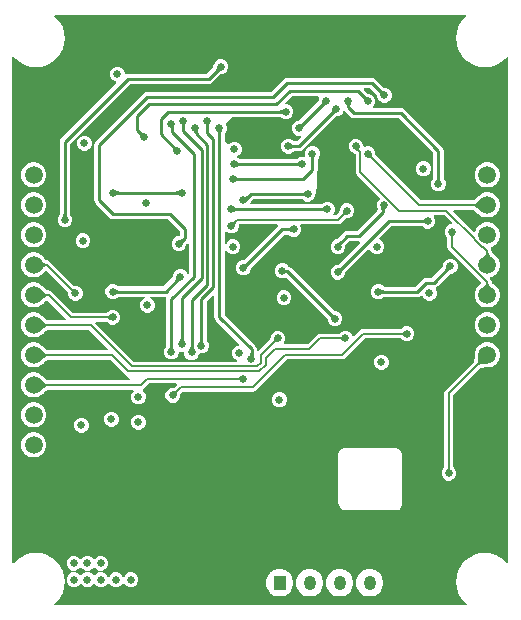
<source format=gbl>
G04*
G04 #@! TF.GenerationSoftware,Altium Limited,Altium Designer,22.11.1 (43)*
G04*
G04 Layer_Physical_Order=4*
G04 Layer_Color=16711680*
%FSLAX25Y25*%
%MOIN*%
G70*
G04*
G04 #@! TF.SameCoordinates,D2032E32-7B9E-4814-9484-8CEA1A25EAEB*
G04*
G04*
G04 #@! TF.FilePolarity,Positive*
G04*
G01*
G75*
%ADD11C,0.01000*%
%ADD15C,0.00600*%
%ADD57O,0.03937X0.04724*%
%ADD58R,0.03937X0.04724*%
%ADD59C,0.05906*%
%ADD60C,0.02500*%
G36*
X151410Y196380D02*
X150678Y195779D01*
X149481Y194321D01*
X148592Y192658D01*
X148045Y190853D01*
X147860Y188976D01*
X148045Y187100D01*
X148592Y185295D01*
X149481Y183632D01*
X150678Y182174D01*
X152136Y180977D01*
X153799Y180088D01*
X155604Y179541D01*
X157480Y179356D01*
X159357Y179541D01*
X161162Y180088D01*
X162825Y180977D01*
X164283Y182174D01*
X164884Y182906D01*
X165354Y182737D01*
Y14113D01*
X164884Y13945D01*
X164283Y14677D01*
X162825Y15873D01*
X161162Y16762D01*
X159357Y17310D01*
X157480Y17494D01*
X155604Y17310D01*
X153799Y16762D01*
X152136Y15873D01*
X150678Y14677D01*
X149481Y13219D01*
X148592Y11556D01*
X148045Y9751D01*
X147860Y7874D01*
X148045Y5997D01*
X148592Y4192D01*
X149481Y2529D01*
X150678Y1071D01*
X151410Y471D01*
X151241Y0D01*
X14113D01*
X13945Y471D01*
X14677Y1071D01*
X15873Y2529D01*
X16762Y4192D01*
X17310Y5997D01*
X17494Y7874D01*
X17310Y9751D01*
X16762Y11556D01*
X15873Y13219D01*
X14677Y14677D01*
X13219Y15873D01*
X11556Y16762D01*
X9751Y17310D01*
X7874Y17494D01*
X5997Y17310D01*
X4192Y16762D01*
X2529Y15873D01*
X1071Y14677D01*
X471Y13945D01*
X0Y14113D01*
Y182737D01*
X471Y182906D01*
X1071Y182174D01*
X2529Y180977D01*
X4192Y180088D01*
X5997Y179541D01*
X7874Y179356D01*
X9751Y179541D01*
X11556Y180088D01*
X13219Y180977D01*
X14677Y182174D01*
X15873Y183632D01*
X16762Y185295D01*
X17310Y187100D01*
X17494Y188976D01*
X17310Y190853D01*
X16762Y192658D01*
X15873Y194321D01*
X14677Y195779D01*
X13945Y196380D01*
X14113Y196850D01*
X151241D01*
X151410Y196380D01*
D02*
G37*
%LPC*%
G36*
X69935Y181950D02*
X68961D01*
X68060Y181577D01*
X67371Y180888D01*
X66998Y179987D01*
Y179626D01*
X66975Y179528D01*
X66974Y179486D01*
X66971Y179481D01*
X66962Y179465D01*
X66961Y179464D01*
X64730Y177233D01*
X38500D01*
X37950Y177124D01*
X37450Y177399D01*
Y177487D01*
X37077Y178388D01*
X36388Y179077D01*
X35487Y179450D01*
X34513D01*
X33612Y179077D01*
X32923Y178388D01*
X32550Y177487D01*
Y176513D01*
X32923Y175612D01*
X33612Y174923D01*
X34427Y174585D01*
X34637Y174088D01*
X16274Y155726D01*
X15899Y155163D01*
X15767Y154500D01*
Y130284D01*
X15766Y130282D01*
X15762Y130265D01*
X15760Y130259D01*
X15731Y130228D01*
X15679Y130143D01*
X15423Y129888D01*
X15050Y128987D01*
Y128013D01*
X15423Y127112D01*
X16112Y126423D01*
X17013Y126050D01*
X17987D01*
X18888Y126423D01*
X19577Y127112D01*
X19950Y128013D01*
Y128987D01*
X19577Y129888D01*
X19321Y130143D01*
X19269Y130228D01*
X19240Y130259D01*
X19238Y130265D01*
X19233Y130282D01*
X19233Y130284D01*
Y153782D01*
X39218Y173767D01*
X65448D01*
X66111Y173899D01*
X66674Y174274D01*
X69412Y177013D01*
X69414Y177014D01*
X69429Y177023D01*
X69434Y177026D01*
X69476Y177027D01*
X69574Y177050D01*
X69935D01*
X70836Y177423D01*
X71525Y178112D01*
X71898Y179013D01*
Y179987D01*
X71525Y180888D01*
X70836Y181577D01*
X69935Y181950D01*
D02*
G37*
G36*
X120000Y175733D02*
X91500D01*
X90837Y175601D01*
X90274Y175226D01*
X86282Y171233D01*
X45000D01*
X44337Y171101D01*
X43774Y170726D01*
X27774Y154726D01*
X27399Y154163D01*
X27267Y153500D01*
Y135000D01*
X27399Y134337D01*
X27774Y133774D01*
X32274Y129274D01*
X32837Y128899D01*
X33500Y128767D01*
X51682D01*
X55767Y124682D01*
Y123218D01*
X55536Y122987D01*
X55535Y122986D01*
X55519Y122977D01*
X55514Y122974D01*
X55472Y122973D01*
X55374Y122950D01*
X55013D01*
X54112Y122577D01*
X53423Y121888D01*
X53050Y120987D01*
Y120013D01*
X53423Y119112D01*
X54112Y118423D01*
X55013Y118050D01*
X55987D01*
X56888Y118423D01*
X57577Y119112D01*
X57950Y120013D01*
Y120374D01*
X57970Y120459D01*
X58015Y120503D01*
X58318Y120733D01*
X58767Y120535D01*
Y110529D01*
X58267Y110430D01*
X58077Y110888D01*
X57388Y111577D01*
X56487Y111950D01*
X55513D01*
X54612Y111577D01*
X53923Y110888D01*
X53550Y109987D01*
Y109626D01*
X53527Y109528D01*
X53526Y109486D01*
X53523Y109481D01*
X53514Y109465D01*
X53513Y109464D01*
X50332Y106283D01*
X35234D01*
X35232Y106283D01*
X35215Y106288D01*
X35209Y106290D01*
X35178Y106319D01*
X35094Y106371D01*
X34838Y106627D01*
X33937Y107000D01*
X32963D01*
X32062Y106627D01*
X31373Y105938D01*
X31000Y105037D01*
Y104063D01*
X31373Y103162D01*
X32062Y102473D01*
X32963Y102100D01*
X33937D01*
X34838Y102473D01*
X35094Y102729D01*
X35178Y102781D01*
X35209Y102810D01*
X35215Y102812D01*
X35232Y102816D01*
X35234Y102817D01*
X44091D01*
X44191Y102317D01*
X43612Y102077D01*
X42923Y101388D01*
X42550Y100487D01*
Y99513D01*
X42923Y98612D01*
X43612Y97923D01*
X44513Y97550D01*
X45487D01*
X46388Y97923D01*
X47077Y98612D01*
X47450Y99513D01*
Y100487D01*
X47077Y101388D01*
X46388Y102077D01*
X45809Y102317D01*
X45909Y102817D01*
X50946D01*
X51197Y102587D01*
X51339Y102364D01*
X51267Y102000D01*
Y86284D01*
X51266Y86282D01*
X51262Y86265D01*
X51260Y86259D01*
X51231Y86228D01*
X51179Y86143D01*
X50923Y85888D01*
X50550Y84987D01*
Y84013D01*
X50923Y83112D01*
X51612Y82423D01*
X52513Y82050D01*
X53487D01*
X54388Y82423D01*
X55077Y83112D01*
X55450Y84013D01*
Y84333D01*
X55866Y84611D01*
X56013Y84550D01*
X56987D01*
X57300Y84341D01*
Y83763D01*
X57673Y82862D01*
X58362Y82173D01*
X59263Y81800D01*
X60237D01*
X61138Y82173D01*
X61827Y82862D01*
X62200Y83763D01*
Y83841D01*
X62513Y84050D01*
X63487D01*
X64388Y84423D01*
X65077Y85112D01*
X65450Y86013D01*
Y86987D01*
X65077Y87888D01*
X64821Y88143D01*
X64769Y88228D01*
X64740Y88259D01*
X64738Y88265D01*
X64733Y88283D01*
X64733Y88284D01*
Y101282D01*
X66805Y103354D01*
X67267Y103162D01*
Y96000D01*
X67399Y95337D01*
X67774Y94774D01*
X75599Y86950D01*
X75392Y86450D01*
X75013D01*
X74112Y86077D01*
X73423Y85388D01*
X73050Y84487D01*
Y83513D01*
X73423Y82612D01*
X74112Y81923D01*
X74821Y81629D01*
X74721Y81129D01*
X40534D01*
X27654Y94009D01*
X27846Y94471D01*
X31490D01*
X31508Y94460D01*
X31535Y94442D01*
X31676Y94325D01*
X31754Y94249D01*
X31848Y94187D01*
X32112Y93923D01*
X33013Y93550D01*
X33987D01*
X34888Y93923D01*
X35577Y94612D01*
X35950Y95513D01*
Y96487D01*
X35577Y97388D01*
X34888Y98077D01*
X33987Y98450D01*
X33013D01*
X32112Y98077D01*
X31848Y97813D01*
X31754Y97751D01*
X31664Y97664D01*
X31602Y97609D01*
X31549Y97568D01*
X31508Y97540D01*
X31490Y97529D01*
X20133D01*
X13156Y104507D01*
X12660Y104838D01*
X12075Y104955D01*
X11817D01*
X11803Y104958D01*
X11715Y104994D01*
X11577Y105067D01*
X11398Y105181D01*
X11206Y105320D01*
X10368Y106052D01*
X10058Y106360D01*
X9960Y106425D01*
X9636Y106748D01*
X8689Y107295D01*
X7633Y107578D01*
X6540D01*
X5484Y107295D01*
X4537Y106748D01*
X3764Y105975D01*
X3217Y105028D01*
X2934Y103972D01*
Y102878D01*
X3217Y101822D01*
X3764Y100875D01*
X4537Y100102D01*
X5484Y99555D01*
X6540Y99273D01*
X7633D01*
X8689Y99555D01*
X9636Y100102D01*
X9960Y100425D01*
X10058Y100490D01*
X10383Y100814D01*
X10666Y101079D01*
X11196Y101524D01*
X11398Y101670D01*
X11563Y101774D01*
X17921Y95416D01*
X17729Y94955D01*
X11817D01*
X11803Y94958D01*
X11715Y94994D01*
X11577Y95067D01*
X11398Y95181D01*
X11206Y95320D01*
X10368Y96052D01*
X10058Y96360D01*
X9960Y96425D01*
X9636Y96748D01*
X8689Y97295D01*
X7633Y97578D01*
X6540D01*
X5484Y97295D01*
X4537Y96748D01*
X3764Y95975D01*
X3217Y95028D01*
X2934Y93972D01*
Y92879D01*
X3217Y91822D01*
X3764Y90875D01*
X4537Y90102D01*
X5484Y89556D01*
X6540Y89272D01*
X7633D01*
X8689Y89556D01*
X9636Y90102D01*
X9960Y90425D01*
X10058Y90491D01*
X10383Y90814D01*
X10666Y91079D01*
X11196Y91524D01*
X11398Y91670D01*
X11576Y91783D01*
X11715Y91856D01*
X11803Y91892D01*
X11817Y91896D01*
X25441D01*
X31921Y85417D01*
X31729Y84955D01*
X11817D01*
X11803Y84958D01*
X11715Y84994D01*
X11577Y85067D01*
X11398Y85181D01*
X11206Y85320D01*
X10368Y86052D01*
X10058Y86360D01*
X9960Y86425D01*
X9636Y86748D01*
X8689Y87295D01*
X7633Y87578D01*
X6540D01*
X5484Y87295D01*
X4537Y86748D01*
X3764Y85975D01*
X3217Y85028D01*
X2934Y83972D01*
Y82879D01*
X3217Y81822D01*
X3764Y80875D01*
X4537Y80102D01*
X5484Y79555D01*
X6540Y79273D01*
X7633D01*
X8689Y79555D01*
X9636Y80102D01*
X9960Y80425D01*
X10058Y80490D01*
X10383Y80814D01*
X10666Y81079D01*
X11196Y81524D01*
X11398Y81670D01*
X11576Y81783D01*
X11715Y81856D01*
X11803Y81892D01*
X11817Y81896D01*
X32441D01*
X37419Y76919D01*
X37915Y76587D01*
Y76585D01*
X39083Y75416D01*
X38892Y74955D01*
X11817D01*
X11803Y74958D01*
X11715Y74994D01*
X11577Y75067D01*
X11398Y75181D01*
X11206Y75320D01*
X10368Y76052D01*
X10058Y76360D01*
X9960Y76425D01*
X9636Y76748D01*
X8689Y77295D01*
X7633Y77578D01*
X6540D01*
X5484Y77295D01*
X4537Y76748D01*
X3764Y75975D01*
X3217Y75028D01*
X2934Y73972D01*
Y72878D01*
X3217Y71822D01*
X3764Y70875D01*
X4537Y70102D01*
X5484Y69555D01*
X6540Y69273D01*
X7633D01*
X8689Y69555D01*
X9636Y70102D01*
X9960Y70425D01*
X10058Y70490D01*
X10383Y70814D01*
X10666Y71079D01*
X11196Y71524D01*
X11398Y71670D01*
X11576Y71783D01*
X11715Y71856D01*
X11803Y71892D01*
X11817Y71896D01*
X40224D01*
X40431Y71396D01*
X39923Y70888D01*
X39550Y69987D01*
Y69013D01*
X39923Y68112D01*
X40612Y67423D01*
X41513Y67050D01*
X42487D01*
X43388Y67423D01*
X44077Y68112D01*
X44450Y69013D01*
Y69987D01*
X44077Y70888D01*
X43470Y71494D01*
X43500Y71881D01*
X43561Y72046D01*
X44007Y72344D01*
X45634Y73971D01*
X54601D01*
X54808Y73471D01*
X53814Y72477D01*
X53794Y72472D01*
X53763Y72466D01*
X53580Y72450D01*
X53471Y72448D01*
X53361Y72425D01*
X52987D01*
X52087Y72052D01*
X51398Y71363D01*
X51025Y70462D01*
Y69488D01*
X51398Y68587D01*
X52087Y67898D01*
X52987Y67525D01*
X53962D01*
X54863Y67898D01*
X55552Y68587D01*
X55925Y69488D01*
Y69862D01*
X55948Y69971D01*
X55950Y70097D01*
X55955Y70179D01*
X55963Y70245D01*
X55972Y70294D01*
X55977Y70314D01*
X56803Y71140D01*
X80169D01*
X80755Y71256D01*
X81251Y71588D01*
X91633Y81971D01*
X110000D01*
X110585Y82087D01*
X111081Y82419D01*
X117633Y88971D01*
X129490D01*
X129508Y88960D01*
X129535Y88942D01*
X129676Y88825D01*
X129754Y88749D01*
X129848Y88687D01*
X130112Y88423D01*
X131013Y88050D01*
X131987D01*
X132888Y88423D01*
X133577Y89112D01*
X133950Y90013D01*
Y90987D01*
X133577Y91888D01*
X132888Y92577D01*
X131987Y92950D01*
X131013D01*
X130112Y92577D01*
X129848Y92313D01*
X129754Y92251D01*
X129664Y92164D01*
X129602Y92109D01*
X129549Y92068D01*
X129508Y92040D01*
X129490Y92029D01*
X117000D01*
X116415Y91913D01*
X115919Y91581D01*
X113912Y89575D01*
X113353Y89723D01*
X113077Y90388D01*
X112388Y91077D01*
X111487Y91450D01*
X110513D01*
X109612Y91077D01*
X109348Y90813D01*
X109254Y90751D01*
X109164Y90664D01*
X109101Y90609D01*
X109049Y90568D01*
X109008Y90540D01*
X108990Y90529D01*
X102500D01*
X101915Y90413D01*
X101419Y90081D01*
X98366Y87029D01*
X90648D01*
X90456Y87491D01*
X90577Y87612D01*
X90950Y88513D01*
Y89487D01*
X90577Y90388D01*
X89888Y91077D01*
X88987Y91450D01*
X88013D01*
X87112Y91077D01*
X86423Y90388D01*
X86050Y89487D01*
Y89113D01*
X86027Y89003D01*
X86025Y88878D01*
X86020Y88796D01*
X86012Y88729D01*
X86003Y88681D01*
X85997Y88660D01*
X81983Y84646D01*
X81483Y84853D01*
Y85250D01*
X81351Y85913D01*
X80976Y86476D01*
X70733Y96718D01*
Y118471D01*
X71233Y118570D01*
X71423Y118112D01*
X72112Y117423D01*
X73013Y117050D01*
X73987D01*
X74888Y117423D01*
X75577Y118112D01*
X75950Y119013D01*
Y119987D01*
X75577Y120888D01*
X74888Y121577D01*
X73987Y121950D01*
X73013D01*
X72112Y121577D01*
X71423Y120888D01*
X71233Y120430D01*
X70733Y120529D01*
Y124595D01*
X71233Y124802D01*
X71612Y124423D01*
X72513Y124050D01*
X73487D01*
X74388Y124423D01*
X75077Y125112D01*
X75450Y126013D01*
Y126387D01*
X75473Y126497D01*
X75475Y126622D01*
X75480Y126705D01*
X75488Y126771D01*
X75497Y126819D01*
X75503Y126840D01*
X75634Y126971D01*
X88340D01*
X88484Y126697D01*
X88519Y126471D01*
X77036Y114987D01*
X77035Y114986D01*
X77020Y114977D01*
X77014Y114974D01*
X76972Y114973D01*
X76874Y114950D01*
X76513D01*
X75612Y114577D01*
X74923Y113888D01*
X74550Y112987D01*
Y112013D01*
X74923Y111112D01*
X75612Y110423D01*
X76513Y110050D01*
X77487D01*
X78388Y110423D01*
X79077Y111112D01*
X79450Y112013D01*
Y112374D01*
X79473Y112472D01*
X79474Y112514D01*
X79477Y112520D01*
X79486Y112535D01*
X79487Y112536D01*
X90518Y123567D01*
X92016D01*
X92018Y123566D01*
X92035Y123562D01*
X92041Y123560D01*
X92072Y123531D01*
X92156Y123479D01*
X92412Y123223D01*
X93313Y122850D01*
X94287D01*
X95188Y123223D01*
X95877Y123912D01*
X96250Y124813D01*
Y125787D01*
X95967Y126471D01*
X96248Y126971D01*
X108500D01*
X109085Y127087D01*
X109581Y127419D01*
X111160Y128998D01*
X111180Y129003D01*
X111212Y129009D01*
X111395Y129025D01*
X111504Y129027D01*
X111613Y129050D01*
X111987D01*
X112888Y129423D01*
X113577Y130112D01*
X113950Y131013D01*
Y131987D01*
X113577Y132888D01*
X112888Y133577D01*
X111987Y133950D01*
X111013D01*
X110112Y133577D01*
X109423Y132888D01*
X109050Y131987D01*
Y131613D01*
X109027Y131503D01*
X109025Y131378D01*
X109020Y131296D01*
X109012Y131229D01*
X109003Y131181D01*
X108997Y131160D01*
X107867Y130029D01*
X107148D01*
X106956Y130491D01*
X107077Y130612D01*
X107450Y131513D01*
Y132487D01*
X107077Y133388D01*
X106388Y134077D01*
X105487Y134450D01*
X104513D01*
X103612Y134077D01*
X103357Y133821D01*
X103272Y133769D01*
X103241Y133740D01*
X103235Y133738D01*
X103217Y133733D01*
X103216Y133733D01*
X79577D01*
X79299Y134149D01*
X79450Y134513D01*
Y134551D01*
X79467Y134582D01*
X79489Y134617D01*
X79508Y134644D01*
X79543Y134686D01*
X80124Y135267D01*
X96716D01*
X96718Y135266D01*
X96735Y135262D01*
X96741Y135260D01*
X96772Y135231D01*
X96856Y135179D01*
X97112Y134923D01*
X98013Y134550D01*
X98987D01*
X99888Y134923D01*
X100577Y135612D01*
X100950Y136513D01*
X101601Y139412D01*
Y144337D01*
X101733Y145000D01*
Y148716D01*
X101734Y148717D01*
X101738Y148735D01*
X101740Y148741D01*
X101769Y148772D01*
X101821Y148856D01*
X102077Y149112D01*
X102450Y150013D01*
Y150987D01*
X102077Y151888D01*
X101388Y152577D01*
X100487Y152950D01*
X99513D01*
X98612Y152577D01*
X97923Y151888D01*
X97550Y150987D01*
Y150013D01*
X97677Y149705D01*
X97295Y149323D01*
X96987Y149450D01*
X96013D01*
X95112Y149077D01*
X94857Y148821D01*
X94772Y148769D01*
X94741Y148740D01*
X94735Y148738D01*
X94718Y148733D01*
X94716Y148733D01*
X75784D01*
X75783Y148733D01*
X75765Y148738D01*
X75759Y148740D01*
X75728Y148769D01*
X75643Y148821D01*
X75388Y149077D01*
X75020Y149229D01*
Y149771D01*
X75388Y149923D01*
X76077Y150612D01*
X76450Y151513D01*
Y152487D01*
X76077Y153388D01*
X75388Y154077D01*
X74487Y154450D01*
X73513D01*
X72612Y154077D01*
X72364Y153829D01*
X71667Y153833D01*
X70733Y154767D01*
Y157216D01*
X70733Y157218D01*
X70738Y157235D01*
X70740Y157241D01*
X70769Y157272D01*
X70821Y157357D01*
X71077Y157612D01*
X71450Y158513D01*
Y159487D01*
X71203Y160084D01*
X71077Y160388D01*
X71315Y160815D01*
X73267Y162767D01*
X89349D01*
X89350Y162767D01*
X89367Y162762D01*
X89373Y162760D01*
X89404Y162731D01*
X89489Y162679D01*
X89745Y162423D01*
X90645Y162050D01*
X91620D01*
X92520Y162423D01*
X93210Y163112D01*
X93583Y164013D01*
Y164987D01*
X93210Y165888D01*
X92520Y166577D01*
X91620Y166950D01*
X91108D01*
X90901Y167450D01*
X93093Y169641D01*
X102023D01*
X102321Y169141D01*
X102050Y168487D01*
Y168126D01*
X102027Y168028D01*
X102026Y167986D01*
X102023Y167981D01*
X102014Y167965D01*
X102013Y167964D01*
X95536Y161487D01*
X95535Y161486D01*
X95520Y161477D01*
X95514Y161474D01*
X95472Y161473D01*
X95374Y161450D01*
X95013D01*
X94112Y161077D01*
X93423Y160388D01*
X93050Y159487D01*
Y158513D01*
X93423Y157612D01*
X94112Y156923D01*
X95013Y156550D01*
X95892D01*
X96074Y156281D01*
X96137Y156088D01*
X94782Y154733D01*
X93784D01*
X93783Y154734D01*
X93765Y154738D01*
X93759Y154740D01*
X93728Y154769D01*
X93643Y154821D01*
X93388Y155077D01*
X92487Y155450D01*
X91513D01*
X90612Y155077D01*
X89923Y154388D01*
X89550Y153487D01*
Y152513D01*
X89923Y151612D01*
X90612Y150923D01*
X91513Y150550D01*
X92487D01*
X93388Y150923D01*
X93643Y151179D01*
X93728Y151231D01*
X93759Y151260D01*
X93765Y151262D01*
X93783Y151267D01*
X93784Y151267D01*
X95500D01*
X96163Y151399D01*
X96726Y151774D01*
X107964Y163013D01*
X107966Y163014D01*
X107981Y163023D01*
X107986Y163026D01*
X108028Y163027D01*
X108126Y163050D01*
X108487D01*
X109388Y163423D01*
X110077Y164112D01*
X110283Y164610D01*
X110507Y164685D01*
X110858Y164691D01*
X112774Y162774D01*
X113337Y162399D01*
X114000Y162267D01*
X128782D01*
X140267Y150782D01*
Y142284D01*
X140267Y142282D01*
X140262Y142265D01*
X140260Y142259D01*
X140231Y142228D01*
X140179Y142143D01*
X139923Y141888D01*
X139550Y140987D01*
Y140013D01*
X139923Y139112D01*
X140612Y138423D01*
X141513Y138050D01*
X142487D01*
X143388Y138423D01*
X144077Y139112D01*
X144450Y140013D01*
Y140987D01*
X144077Y141888D01*
X143821Y142143D01*
X143769Y142228D01*
X143740Y142259D01*
X143738Y142265D01*
X143734Y142282D01*
X143733Y142284D01*
Y151500D01*
X143733Y151500D01*
X143601Y152163D01*
X143226Y152726D01*
X143226Y152726D01*
X130726Y165226D01*
X130163Y165601D01*
X129500Y165733D01*
X120405D01*
X120198Y166233D01*
X120577Y166612D01*
X120950Y167513D01*
Y168487D01*
X120577Y169388D01*
X119888Y170077D01*
X118987Y170450D01*
X118626D01*
X118528Y170473D01*
X118486Y170474D01*
X118481Y170477D01*
X118465Y170486D01*
X118464Y170487D01*
X117147Y171805D01*
X117338Y172267D01*
X119282D01*
X121513Y170036D01*
X121514Y170035D01*
X121523Y170019D01*
X121526Y170014D01*
X121527Y169972D01*
X121550Y169874D01*
Y169513D01*
X121923Y168612D01*
X122612Y167923D01*
X123513Y167550D01*
X124487D01*
X125388Y167923D01*
X126077Y168612D01*
X126450Y169513D01*
Y170487D01*
X126077Y171388D01*
X125388Y172077D01*
X124487Y172450D01*
X124126D01*
X124028Y172473D01*
X123986Y172474D01*
X123980Y172477D01*
X123965Y172486D01*
X123964Y172487D01*
X121226Y175226D01*
X120663Y175601D01*
X120000Y175733D01*
D02*
G37*
G36*
X24487Y156450D02*
X23513D01*
X22612Y156077D01*
X21923Y155388D01*
X21550Y154487D01*
Y153513D01*
X21923Y152612D01*
X22612Y151923D01*
X23513Y151550D01*
X24487D01*
X25388Y151923D01*
X26077Y152612D01*
X26450Y153513D01*
Y154487D01*
X26077Y155388D01*
X25388Y156077D01*
X24487Y156450D01*
D02*
G37*
G36*
X137487Y147950D02*
X136513D01*
X135612Y147577D01*
X134923Y146888D01*
X134550Y145987D01*
Y145013D01*
X134923Y144112D01*
X135612Y143423D01*
X136513Y143050D01*
X137487D01*
X138388Y143423D01*
X139077Y144112D01*
X139450Y145013D01*
Y145987D01*
X139077Y146888D01*
X138388Y147577D01*
X137487Y147950D01*
D02*
G37*
G36*
X158814Y147578D02*
X157721D01*
X156665Y147295D01*
X155718Y146748D01*
X154945Y145975D01*
X154398Y145028D01*
X154115Y143972D01*
Y142878D01*
X154398Y141822D01*
X154945Y140875D01*
X155718Y140102D01*
X156665Y139556D01*
X157721Y139272D01*
X158814D01*
X159871Y139556D01*
X160818Y140102D01*
X161591Y140875D01*
X162137Y141822D01*
X162420Y142878D01*
Y143972D01*
X162137Y145028D01*
X161591Y145975D01*
X160818Y146748D01*
X159871Y147295D01*
X158814Y147578D01*
D02*
G37*
G36*
X7633D02*
X6540D01*
X5484Y147295D01*
X4537Y146748D01*
X3764Y145975D01*
X3217Y145028D01*
X2934Y143972D01*
Y142878D01*
X3217Y141822D01*
X3764Y140875D01*
X4537Y140102D01*
X5484Y139556D01*
X6540Y139272D01*
X7633D01*
X8689Y139556D01*
X9636Y140102D01*
X10410Y140875D01*
X10956Y141822D01*
X11239Y142878D01*
Y143972D01*
X10956Y145028D01*
X10410Y145975D01*
X9636Y146748D01*
X8689Y147295D01*
X7633Y147578D01*
D02*
G37*
G36*
X114987Y155450D02*
X114013D01*
X113112Y155077D01*
X112423Y154388D01*
X112050Y153487D01*
Y152513D01*
X112423Y151612D01*
X113112Y150923D01*
X113798Y150639D01*
X113843Y150616D01*
X113881Y150605D01*
X114013Y150550D01*
X114069D01*
X114139Y150530D01*
X114225Y150501D01*
X114411Y150426D01*
X114454Y150405D01*
X114471Y150396D01*
Y144500D01*
X114587Y143915D01*
X114919Y143419D01*
X122529Y135808D01*
X122450Y135415D01*
X121761Y134726D01*
X121388Y133826D01*
Y132851D01*
X121761Y131950D01*
X121565Y131516D01*
X114782Y124733D01*
X111594D01*
X110931Y124601D01*
X110369Y124226D01*
X108186Y122043D01*
X108144Y122008D01*
X108117Y121989D01*
X108082Y121967D01*
X108051Y121950D01*
X108013D01*
X107112Y121577D01*
X106423Y120888D01*
X106050Y119987D01*
Y119013D01*
X106423Y118112D01*
X107112Y117423D01*
X108013Y117050D01*
X108987D01*
X109888Y117423D01*
X110577Y118112D01*
X110950Y119013D01*
Y119905D01*
X112312Y121267D01*
X115500D01*
X115635Y121294D01*
X115882Y120833D01*
X108536Y113487D01*
X108535Y113486D01*
X108519Y113477D01*
X108514Y113474D01*
X108472Y113473D01*
X108374Y113450D01*
X108013D01*
X107112Y113077D01*
X106423Y112388D01*
X106050Y111487D01*
Y110513D01*
X106423Y109612D01*
X107112Y108923D01*
X108013Y108550D01*
X108987D01*
X109888Y108923D01*
X110577Y109612D01*
X110950Y110513D01*
Y110874D01*
X110973Y110972D01*
X110974Y111014D01*
X110977Y111020D01*
X110986Y111035D01*
X110987Y111036D01*
X118642Y118691D01*
X119232Y118573D01*
X119423Y118112D01*
X120112Y117423D01*
X121013Y117050D01*
X121987D01*
X122888Y117423D01*
X123577Y118112D01*
X123950Y119013D01*
Y119987D01*
X123577Y120888D01*
X122888Y121577D01*
X122426Y121768D01*
X122309Y122358D01*
X126218Y126267D01*
X136716D01*
X136717Y126267D01*
X136735Y126262D01*
X136741Y126260D01*
X136772Y126231D01*
X136856Y126179D01*
X137112Y125923D01*
X138013Y125550D01*
X138987D01*
X139888Y125923D01*
X140577Y126612D01*
X140950Y127513D01*
Y128487D01*
X140577Y129388D01*
X140456Y129509D01*
X140647Y129971D01*
X144059D01*
X146580Y127450D01*
X146373Y126950D01*
X146013D01*
X145112Y126577D01*
X144423Y125888D01*
X144050Y124987D01*
Y124013D01*
X144423Y123112D01*
X144687Y122848D01*
X144749Y122754D01*
X144836Y122664D01*
X144891Y122601D01*
X144932Y122549D01*
X144960Y122508D01*
X144971Y122490D01*
Y119462D01*
X145087Y118876D01*
X145419Y118380D01*
X156173Y107626D01*
X156204Y107450D01*
X156097Y106994D01*
X156065Y106973D01*
X156004Y106914D01*
X155718Y106748D01*
X154945Y105975D01*
X154398Y105028D01*
X154115Y103972D01*
Y102878D01*
X154398Y101822D01*
X154945Y100875D01*
X155718Y100102D01*
X156665Y99555D01*
X157721Y99273D01*
X158814D01*
X159871Y99555D01*
X160818Y100102D01*
X161591Y100875D01*
X162137Y101822D01*
X162420Y102878D01*
Y103972D01*
X162137Y105028D01*
X161591Y105975D01*
X160818Y106748D01*
X160531Y106914D01*
X160470Y106973D01*
X160270Y107103D01*
X160130Y107209D01*
X160019Y107306D01*
X159936Y107392D01*
X159878Y107466D01*
X159840Y107527D01*
X159817Y107575D01*
X159803Y107615D01*
X159797Y107648D01*
Y107694D01*
X159792Y107719D01*
X159789Y107771D01*
X159761Y107876D01*
X159681Y108279D01*
X159349Y108775D01*
X159197Y108927D01*
X159327Y109410D01*
X159871Y109555D01*
X160818Y110102D01*
X161591Y110875D01*
X162137Y111822D01*
X162420Y112879D01*
Y113972D01*
X162137Y115028D01*
X161591Y115975D01*
X160818Y116748D01*
X160752Y116786D01*
X160578Y116926D01*
X160370Y117112D01*
X160196Y117285D01*
X160056Y117443D01*
X159950Y117582D01*
X159876Y117700D01*
X159830Y117793D01*
X159806Y117859D01*
X159797Y117898D01*
Y117925D01*
X159793Y117945D01*
X159788Y118016D01*
X159757Y118129D01*
X159681Y118510D01*
X159411Y118915D01*
X159506Y119458D01*
X159871Y119555D01*
X160818Y120102D01*
X161591Y120875D01*
X162137Y121822D01*
X162420Y122879D01*
Y123972D01*
X162137Y125028D01*
X161591Y125975D01*
X160818Y126748D01*
X159871Y127295D01*
X158814Y127578D01*
X157721D01*
X156665Y127295D01*
X155718Y126748D01*
X154945Y125975D01*
X154398Y125028D01*
X154301Y124667D01*
X153818Y124538D01*
X146922Y131434D01*
X147113Y131896D01*
X153537D01*
X153551Y131892D01*
X153640Y131856D01*
X153778Y131783D01*
X153957Y131670D01*
X154149Y131531D01*
X154987Y130799D01*
X155297Y130491D01*
X155395Y130425D01*
X155718Y130102D01*
X156665Y129555D01*
X157721Y129272D01*
X158814D01*
X159871Y129555D01*
X160818Y130102D01*
X161591Y130875D01*
X162137Y131822D01*
X162420Y132878D01*
Y133972D01*
X162137Y135028D01*
X161591Y135975D01*
X160818Y136748D01*
X159871Y137295D01*
X158814Y137578D01*
X157721D01*
X156665Y137295D01*
X155718Y136748D01*
X155395Y136425D01*
X155297Y136360D01*
X154971Y136037D01*
X154688Y135772D01*
X154159Y135327D01*
X153957Y135181D01*
X153778Y135067D01*
X153640Y134994D01*
X153551Y134958D01*
X153537Y134955D01*
X136208D01*
X121002Y150160D01*
X120997Y150180D01*
X120991Y150212D01*
X120975Y150395D01*
X120973Y150504D01*
X120950Y150613D01*
Y150987D01*
X120577Y151888D01*
X119888Y152577D01*
X118987Y152950D01*
X118013D01*
X117450Y152717D01*
X116950Y153051D01*
Y153487D01*
X116577Y154388D01*
X115888Y155077D01*
X114987Y155450D01*
D02*
G37*
G36*
X7633Y137578D02*
X6540D01*
X5484Y137295D01*
X4537Y136748D01*
X3764Y135975D01*
X3217Y135028D01*
X2934Y133972D01*
Y132878D01*
X3217Y131822D01*
X3764Y130875D01*
X4537Y130102D01*
X5484Y129555D01*
X6540Y129272D01*
X7633D01*
X8689Y129555D01*
X9636Y130102D01*
X10410Y130875D01*
X10956Y131822D01*
X11239Y132878D01*
Y133972D01*
X10956Y135028D01*
X10410Y135975D01*
X9636Y136748D01*
X8689Y137295D01*
X7633Y137578D01*
D02*
G37*
G36*
Y127578D02*
X6540D01*
X5484Y127295D01*
X4537Y126748D01*
X3764Y125975D01*
X3217Y125028D01*
X2934Y123972D01*
Y122879D01*
X3217Y121822D01*
X3764Y120875D01*
X4537Y120102D01*
X5484Y119555D01*
X6540Y119272D01*
X7633D01*
X8689Y119555D01*
X9636Y120102D01*
X10410Y120875D01*
X10956Y121822D01*
X11239Y122879D01*
Y123972D01*
X10956Y125028D01*
X10410Y125975D01*
X9636Y126748D01*
X8689Y127295D01*
X7633Y127578D01*
D02*
G37*
G36*
X23987Y123950D02*
X23013D01*
X22112Y123577D01*
X21423Y122888D01*
X21050Y121987D01*
Y121013D01*
X21423Y120112D01*
X22112Y119423D01*
X23013Y119050D01*
X23987D01*
X24888Y119423D01*
X25577Y120112D01*
X25950Y121013D01*
Y121987D01*
X25577Y122888D01*
X24888Y123577D01*
X23987Y123950D01*
D02*
G37*
G36*
X146487Y115450D02*
X145513D01*
X144612Y115077D01*
X143923Y114388D01*
X143550Y113487D01*
Y113126D01*
X143527Y113028D01*
X143526Y112986D01*
X143523Y112980D01*
X143514Y112965D01*
X143513Y112964D01*
X139782Y109233D01*
X138000D01*
X137337Y109101D01*
X136774Y108726D01*
X134282Y106233D01*
X123784D01*
X123783Y106234D01*
X123765Y106238D01*
X123759Y106240D01*
X123728Y106269D01*
X123644Y106321D01*
X123388Y106577D01*
X122487Y106950D01*
X121513D01*
X120612Y106577D01*
X119923Y105888D01*
X119550Y104987D01*
Y104013D01*
X119923Y103112D01*
X120612Y102423D01*
X121513Y102050D01*
X122487D01*
X123388Y102423D01*
X123644Y102679D01*
X123728Y102731D01*
X123759Y102760D01*
X123765Y102762D01*
X123783Y102767D01*
X123784Y102767D01*
X135000D01*
X135663Y102899D01*
X136133Y103213D01*
X136473Y103176D01*
X136732Y103074D01*
X136923Y102612D01*
X137612Y101923D01*
X138513Y101550D01*
X139487D01*
X140388Y101923D01*
X141077Y102612D01*
X141450Y103513D01*
Y104487D01*
X141083Y105373D01*
X141052Y105464D01*
X141229Y105943D01*
X141726Y106274D01*
X145964Y110513D01*
X145966Y110514D01*
X145981Y110523D01*
X145986Y110526D01*
X146028Y110527D01*
X146126Y110550D01*
X146487D01*
X147388Y110923D01*
X148077Y111612D01*
X148450Y112513D01*
Y113487D01*
X148077Y114388D01*
X147388Y115077D01*
X146487Y115450D01*
D02*
G37*
G36*
X7633Y117578D02*
X6540D01*
X5484Y117295D01*
X4537Y116748D01*
X3764Y115975D01*
X3217Y115028D01*
X2934Y113972D01*
Y112879D01*
X3217Y111822D01*
X3764Y110875D01*
X4537Y110102D01*
X5484Y109555D01*
X6540Y109273D01*
X7633D01*
X8689Y109555D01*
X9636Y110102D01*
X10410Y110875D01*
X10451Y110946D01*
X10598Y111130D01*
X10779Y111336D01*
X10792Y111349D01*
X11413Y111425D01*
X18497Y104340D01*
X18503Y104320D01*
X18509Y104288D01*
X18525Y104105D01*
X18527Y103997D01*
X18550Y103887D01*
Y103513D01*
X18923Y102612D01*
X19612Y101923D01*
X20513Y101550D01*
X21487D01*
X22388Y101923D01*
X23077Y102612D01*
X23450Y103513D01*
Y104487D01*
X23077Y105388D01*
X22388Y106077D01*
X21487Y106450D01*
X21113D01*
X21003Y106473D01*
X20878Y106475D01*
X20796Y106480D01*
X20729Y106488D01*
X20681Y106497D01*
X20660Y106502D01*
X12656Y114507D01*
X12160Y114838D01*
X11777Y114914D01*
X11665Y114945D01*
X11595Y114951D01*
X11575Y114955D01*
X11546D01*
X11507Y114963D01*
X11442Y114987D01*
X11351Y115032D01*
X11237Y115104D01*
X11101Y115207D01*
X10961Y115332D01*
X10587Y115733D01*
X10451Y115904D01*
X10410Y115975D01*
X9636Y116748D01*
X8689Y117295D01*
X7633Y117578D01*
D02*
G37*
G36*
X90987Y104950D02*
X90013D01*
X89112Y104577D01*
X88423Y103888D01*
X88050Y102987D01*
Y102013D01*
X88423Y101112D01*
X89112Y100423D01*
X90013Y100050D01*
X90987D01*
X91888Y100423D01*
X92577Y101112D01*
X92950Y102013D01*
Y102987D01*
X92577Y103888D01*
X91888Y104577D01*
X90987Y104950D01*
D02*
G37*
G36*
X90487Y113950D02*
X89513D01*
X88612Y113577D01*
X87923Y112888D01*
X87550Y111987D01*
Y111013D01*
X87923Y110112D01*
X88612Y109423D01*
X89513Y109050D01*
X90487D01*
X91202Y109346D01*
X105013Y95536D01*
X105014Y95535D01*
X105023Y95520D01*
X105026Y95514D01*
X105027Y95472D01*
X105050Y95374D01*
Y95013D01*
X105423Y94112D01*
X106112Y93423D01*
X107013Y93050D01*
X107987D01*
X108888Y93423D01*
X109577Y94112D01*
X109950Y95013D01*
Y95987D01*
X109577Y96888D01*
X108888Y97577D01*
X107987Y97950D01*
X107626D01*
X107528Y97973D01*
X107486Y97974D01*
X107481Y97977D01*
X107465Y97986D01*
X107464Y97987D01*
X92920Y112531D01*
X92358Y112907D01*
X91984Y112981D01*
X91388Y113577D01*
X90487Y113950D01*
D02*
G37*
G36*
X158814Y97578D02*
X157721D01*
X156665Y97295D01*
X155718Y96748D01*
X154945Y95975D01*
X154398Y95028D01*
X154115Y93972D01*
Y92879D01*
X154398Y91822D01*
X154945Y90875D01*
X155718Y90102D01*
X156665Y89556D01*
X157721Y89272D01*
X158814D01*
X159871Y89556D01*
X160818Y90102D01*
X161591Y90875D01*
X162137Y91822D01*
X162420Y92879D01*
Y93972D01*
X162137Y95028D01*
X161591Y95975D01*
X160818Y96748D01*
X159871Y97295D01*
X158814Y97578D01*
D02*
G37*
G36*
X123487Y83450D02*
X122513D01*
X121612Y83077D01*
X120923Y82388D01*
X120550Y81487D01*
Y80513D01*
X120923Y79612D01*
X121612Y78923D01*
X122513Y78550D01*
X123487D01*
X124388Y78923D01*
X125077Y79612D01*
X125450Y80513D01*
Y81487D01*
X125077Y82388D01*
X124388Y83077D01*
X123487Y83450D01*
D02*
G37*
G36*
X89487Y70950D02*
X88513D01*
X87612Y70577D01*
X86923Y69888D01*
X86550Y68987D01*
Y68013D01*
X86923Y67112D01*
X87612Y66423D01*
X88513Y66050D01*
X89487D01*
X90388Y66423D01*
X91077Y67112D01*
X91450Y68013D01*
Y68987D01*
X91077Y69888D01*
X90388Y70577D01*
X89487Y70950D01*
D02*
G37*
G36*
X33487Y64450D02*
X32513D01*
X31612Y64077D01*
X30923Y63388D01*
X30550Y62487D01*
Y61513D01*
X30923Y60612D01*
X31612Y59923D01*
X32513Y59550D01*
X33487D01*
X34388Y59923D01*
X35077Y60612D01*
X35450Y61513D01*
Y62487D01*
X35077Y63388D01*
X34388Y64077D01*
X33487Y64450D01*
D02*
G37*
G36*
X7633Y67578D02*
X6540D01*
X5484Y67295D01*
X4537Y66748D01*
X3764Y65975D01*
X3217Y65028D01*
X2934Y63972D01*
Y62879D01*
X3217Y61822D01*
X3764Y60875D01*
X4537Y60102D01*
X5484Y59556D01*
X6540Y59272D01*
X7633D01*
X8689Y59556D01*
X9636Y60102D01*
X10410Y60875D01*
X10956Y61822D01*
X11239Y62879D01*
Y63972D01*
X10956Y65028D01*
X10410Y65975D01*
X9636Y66748D01*
X8689Y67295D01*
X7633Y67578D01*
D02*
G37*
G36*
X42487Y63450D02*
X41513D01*
X40612Y63077D01*
X39923Y62388D01*
X39550Y61487D01*
Y60513D01*
X39923Y59612D01*
X40612Y58923D01*
X41513Y58550D01*
X42487D01*
X43388Y58923D01*
X44077Y59612D01*
X44450Y60513D01*
Y61487D01*
X44077Y62388D01*
X43388Y63077D01*
X42487Y63450D01*
D02*
G37*
G36*
X23487Y62450D02*
X22513D01*
X21612Y62077D01*
X20923Y61388D01*
X20550Y60487D01*
Y59513D01*
X20923Y58612D01*
X21612Y57923D01*
X22513Y57550D01*
X23487D01*
X24388Y57923D01*
X25077Y58612D01*
X25450Y59513D01*
Y60487D01*
X25077Y61388D01*
X24388Y62077D01*
X23487Y62450D01*
D02*
G37*
G36*
X7633Y57578D02*
X6540D01*
X5484Y57295D01*
X4537Y56748D01*
X3764Y55975D01*
X3217Y55028D01*
X2934Y53972D01*
Y52878D01*
X3217Y51822D01*
X3764Y50875D01*
X4537Y50102D01*
X5484Y49556D01*
X6540Y49272D01*
X7633D01*
X8689Y49556D01*
X9636Y50102D01*
X10410Y50875D01*
X10956Y51822D01*
X11239Y52878D01*
Y53972D01*
X10956Y55028D01*
X10410Y55975D01*
X9636Y56748D01*
X8689Y57295D01*
X7633Y57578D01*
D02*
G37*
G36*
X158814Y87578D02*
X157721D01*
X156665Y87295D01*
X155718Y86748D01*
X154945Y85975D01*
X154398Y85028D01*
X154115Y83972D01*
Y83515D01*
X154092Y83399D01*
X154090Y82941D01*
X154078Y82553D01*
X154018Y81864D01*
X153978Y81618D01*
X153932Y81412D01*
X153886Y81262D01*
X153849Y81174D01*
X153841Y81161D01*
X144419Y71739D01*
X144087Y71243D01*
X143971Y70657D01*
Y46010D01*
X143960Y45992D01*
X143942Y45965D01*
X143825Y45824D01*
X143749Y45746D01*
X143687Y45652D01*
X143423Y45388D01*
X143050Y44487D01*
Y43513D01*
X143423Y42612D01*
X144112Y41923D01*
X145013Y41550D01*
X145987D01*
X146888Y41923D01*
X147577Y42612D01*
X147950Y43513D01*
Y44487D01*
X147577Y45388D01*
X147313Y45652D01*
X147251Y45746D01*
X147164Y45836D01*
X147109Y45899D01*
X147068Y45951D01*
X147040Y45992D01*
X147029Y46010D01*
Y70024D01*
X156004Y78999D01*
X156017Y79006D01*
X156105Y79043D01*
X156254Y79089D01*
X156461Y79136D01*
X156695Y79173D01*
X157805Y79248D01*
X158242Y79249D01*
X158358Y79273D01*
X158814D01*
X159871Y79555D01*
X160818Y80102D01*
X161591Y80875D01*
X162137Y81822D01*
X162420Y82879D01*
Y83972D01*
X162137Y85028D01*
X161591Y85975D01*
X160818Y86748D01*
X159871Y87295D01*
X158814Y87578D01*
D02*
G37*
G36*
X128000Y52335D02*
X110500D01*
X109798Y52196D01*
X109202Y51798D01*
X108804Y51202D01*
X108665Y50500D01*
Y34000D01*
X108804Y33298D01*
X109202Y32702D01*
X109702Y32202D01*
X110298Y31804D01*
X111000Y31665D01*
X128000D01*
X128702Y31804D01*
X129298Y32202D01*
X129696Y32798D01*
X129835Y33500D01*
Y50500D01*
X129696Y51202D01*
X129298Y51798D01*
X128702Y52196D01*
X128000Y52335D01*
D02*
G37*
G36*
X29987Y16450D02*
X29013D01*
X28112Y16077D01*
X27561Y15526D01*
X27250Y15437D01*
X26939Y15526D01*
X26388Y16077D01*
X25487Y16450D01*
X24513D01*
X23612Y16077D01*
X23061Y15526D01*
X22750Y15437D01*
X22439Y15526D01*
X21888Y16077D01*
X20987Y16450D01*
X20013D01*
X19112Y16077D01*
X18423Y15388D01*
X18050Y14487D01*
Y13513D01*
X18423Y12612D01*
X19112Y11923D01*
X20013Y11550D01*
X20987D01*
X21888Y11923D01*
X22439Y12474D01*
X22750Y12563D01*
X23061Y12474D01*
X23612Y11923D01*
X24513Y11550D01*
X25487D01*
X26388Y11923D01*
X26939Y12474D01*
X27250Y12563D01*
X27561Y12474D01*
X28112Y11923D01*
X29013Y11550D01*
X29987D01*
X30888Y11923D01*
X31577Y12612D01*
X31950Y13513D01*
Y14487D01*
X31577Y15388D01*
X30888Y16077D01*
X29987Y16450D01*
D02*
G37*
G36*
X39987Y10950D02*
X39013D01*
X38112Y10577D01*
X37423Y9888D01*
X37271Y9520D01*
X36729D01*
X36577Y9888D01*
X35888Y10577D01*
X34987Y10950D01*
X34013D01*
X33112Y10577D01*
X32423Y9888D01*
X32271Y9520D01*
X31729D01*
X31577Y9888D01*
X30888Y10577D01*
X29987Y10950D01*
X29013D01*
X28112Y10577D01*
X27561Y10026D01*
X27250Y9937D01*
X26939Y10026D01*
X26388Y10577D01*
X25487Y10950D01*
X24513D01*
X23612Y10577D01*
X23061Y10026D01*
X22750Y9937D01*
X22439Y10026D01*
X21888Y10577D01*
X20987Y10950D01*
X20013D01*
X19112Y10577D01*
X18423Y9888D01*
X18050Y8987D01*
Y8013D01*
X18423Y7112D01*
X19112Y6423D01*
X20013Y6050D01*
X20987D01*
X21888Y6423D01*
X22439Y6974D01*
X22750Y7063D01*
X23061Y6974D01*
X23612Y6423D01*
X24513Y6050D01*
X25487D01*
X26388Y6423D01*
X26939Y6974D01*
X27250Y7063D01*
X27561Y6974D01*
X28112Y6423D01*
X29013Y6050D01*
X29987D01*
X30888Y6423D01*
X31577Y7112D01*
X31729Y7480D01*
X32271D01*
X32423Y7112D01*
X33112Y6423D01*
X34013Y6050D01*
X34987D01*
X35888Y6423D01*
X36577Y7112D01*
X36729Y7480D01*
X37271D01*
X37423Y7112D01*
X38112Y6423D01*
X39013Y6050D01*
X39987D01*
X40888Y6423D01*
X41577Y7112D01*
X41950Y8013D01*
Y8987D01*
X41577Y9888D01*
X40888Y10577D01*
X39987Y10950D01*
D02*
G37*
G36*
X119661Y12009D02*
X118464D01*
X117308Y11700D01*
X116271Y11101D01*
X115425Y10255D01*
X114826Y9218D01*
X114516Y8061D01*
Y6864D01*
X114826Y5708D01*
X115425Y4671D01*
X116271Y3825D01*
X117308Y3226D01*
X118464Y2916D01*
X119661D01*
X120818Y3226D01*
X121855Y3825D01*
X122701Y4671D01*
X123300Y5708D01*
X123609Y6864D01*
Y8061D01*
X123300Y9218D01*
X122701Y10255D01*
X121855Y11101D01*
X120818Y11700D01*
X119661Y12009D01*
D02*
G37*
G36*
X109661D02*
X108464D01*
X107308Y11700D01*
X106271Y11101D01*
X105425Y10255D01*
X104826Y9218D01*
X104516Y8061D01*
Y6864D01*
X104826Y5708D01*
X105425Y4671D01*
X106271Y3825D01*
X107308Y3226D01*
X108464Y2916D01*
X109661D01*
X110818Y3226D01*
X111855Y3825D01*
X112701Y4671D01*
X113300Y5708D01*
X113609Y6864D01*
Y8061D01*
X113300Y9218D01*
X112701Y10255D01*
X111855Y11101D01*
X110818Y11700D01*
X109661Y12009D01*
D02*
G37*
G36*
X99661D02*
X98464D01*
X97308Y11700D01*
X96271Y11101D01*
X95425Y10255D01*
X94826Y9218D01*
X94516Y8061D01*
Y6864D01*
X94826Y5708D01*
X95425Y4671D01*
X96271Y3825D01*
X97308Y3226D01*
X98464Y2916D01*
X99661D01*
X100818Y3226D01*
X101855Y3825D01*
X102701Y4671D01*
X103300Y5708D01*
X103609Y6864D01*
Y8061D01*
X103300Y9218D01*
X102701Y10255D01*
X101855Y11101D01*
X100818Y11700D01*
X99661Y12009D01*
D02*
G37*
G36*
X89662D02*
X88464D01*
X87308Y11700D01*
X86271Y11101D01*
X86195Y11025D01*
X85895D01*
Y10724D01*
X85425Y10255D01*
X84826Y9218D01*
X84517Y8061D01*
Y6864D01*
X84826Y5708D01*
X85425Y4671D01*
X85895Y4202D01*
Y3901D01*
X86195D01*
X86271Y3825D01*
X87308Y3226D01*
X88464Y2916D01*
X89662D01*
X90818Y3226D01*
X91855Y3825D01*
X91930Y3901D01*
X92232D01*
Y4202D01*
X92701Y4671D01*
X93300Y5708D01*
X93609Y6864D01*
Y8061D01*
X93300Y9218D01*
X92701Y10255D01*
X92232Y10724D01*
Y11025D01*
X91930D01*
X91855Y11101D01*
X90818Y11700D01*
X89662Y12009D01*
D02*
G37*
%LPD*%
G36*
X69436Y178250D02*
X69331Y178247D01*
X69229Y178234D01*
X69127Y178212D01*
X69028Y178182D01*
X68929Y178142D01*
X68833Y178093D01*
X68738Y178035D01*
X68644Y177968D01*
X68552Y177891D01*
X68461Y177806D01*
X67754Y178513D01*
X67839Y178604D01*
X67916Y178696D01*
X67983Y178789D01*
X68041Y178885D01*
X68090Y178981D01*
X68130Y179080D01*
X68160Y179179D01*
X68182Y179280D01*
X68195Y179383D01*
X68198Y179488D01*
X69436Y178250D01*
D02*
G37*
G36*
X18004Y130271D02*
X18015Y130152D01*
X18034Y130038D01*
X18060Y129930D01*
X18094Y129827D01*
X18135Y129730D01*
X18184Y129637D01*
X18240Y129550D01*
X18304Y129469D01*
X18375Y129393D01*
X16625D01*
X16696Y129469D01*
X16760Y129550D01*
X16816Y129637D01*
X16865Y129730D01*
X16906Y129827D01*
X16940Y129930D01*
X16966Y130038D01*
X16985Y130152D01*
X16996Y130271D01*
X17000Y130396D01*
X18000D01*
X18004Y130271D01*
D02*
G37*
G36*
X123104Y171609D02*
X123196Y171532D01*
X123290Y171465D01*
X123385Y171407D01*
X123481Y171358D01*
X123580Y171318D01*
X123679Y171288D01*
X123781Y171266D01*
X123883Y171253D01*
X123987Y171250D01*
X122750Y170012D01*
X122747Y170117D01*
X122734Y170220D01*
X122712Y170321D01*
X122681Y170420D01*
X122642Y170519D01*
X122593Y170615D01*
X122535Y170711D01*
X122468Y170804D01*
X122391Y170896D01*
X122306Y170987D01*
X123013Y171694D01*
X123104Y171609D01*
D02*
G37*
G36*
X117604Y169609D02*
X117696Y169532D01*
X117789Y169465D01*
X117885Y169407D01*
X117981Y169358D01*
X118080Y169318D01*
X118179Y169288D01*
X118280Y169266D01*
X118383Y169253D01*
X118488Y169250D01*
X117250Y168012D01*
X117247Y168117D01*
X117234Y168219D01*
X117212Y168321D01*
X117182Y168420D01*
X117142Y168519D01*
X117093Y168615D01*
X117035Y168710D01*
X116968Y168804D01*
X116891Y168896D01*
X116806Y168987D01*
X117513Y169694D01*
X117604Y169609D01*
D02*
G37*
G36*
X104488Y166750D02*
X104383Y166747D01*
X104280Y166734D01*
X104179Y166712D01*
X104080Y166682D01*
X103981Y166642D01*
X103885Y166593D01*
X103789Y166535D01*
X103696Y166468D01*
X103604Y166391D01*
X103513Y166306D01*
X102806Y167013D01*
X102891Y167104D01*
X102968Y167196D01*
X103035Y167289D01*
X103093Y167385D01*
X103142Y167481D01*
X103182Y167580D01*
X103212Y167679D01*
X103234Y167780D01*
X103247Y167883D01*
X103250Y167988D01*
X104488Y166750D01*
D02*
G37*
G36*
X112804Y167031D02*
X112740Y166950D01*
X112684Y166863D01*
X112635Y166770D01*
X112594Y166673D01*
X112560Y166570D01*
X112534Y166462D01*
X112515Y166348D01*
X112504Y166229D01*
X112500Y166104D01*
X111500D01*
X111496Y166229D01*
X111485Y166348D01*
X111466Y166462D01*
X111440Y166570D01*
X111406Y166673D01*
X111365Y166770D01*
X111316Y166863D01*
X111260Y166950D01*
X111196Y167031D01*
X111125Y167107D01*
X112875D01*
X112804Y167031D01*
D02*
G37*
G36*
X107987Y164250D02*
X107883Y164247D01*
X107781Y164234D01*
X107679Y164212D01*
X107580Y164181D01*
X107481Y164142D01*
X107385Y164093D01*
X107290Y164035D01*
X107196Y163968D01*
X107104Y163891D01*
X107013Y163806D01*
X106306Y164513D01*
X106391Y164604D01*
X106468Y164696D01*
X106535Y164789D01*
X106593Y164885D01*
X106642Y164981D01*
X106682Y165080D01*
X106712Y165179D01*
X106734Y165280D01*
X106747Y165383D01*
X106750Y165488D01*
X107987Y164250D01*
D02*
G37*
G36*
X90240Y163625D02*
X90164Y163696D01*
X90082Y163760D01*
X89995Y163816D01*
X89903Y163865D01*
X89806Y163906D01*
X89702Y163940D01*
X89594Y163966D01*
X89481Y163985D01*
X89361Y163996D01*
X89237Y164000D01*
Y165000D01*
X89361Y165004D01*
X89481Y165015D01*
X89594Y165034D01*
X89702Y165060D01*
X89806Y165094D01*
X89903Y165135D01*
X89995Y165184D01*
X90082Y165240D01*
X90164Y165304D01*
X90240Y165375D01*
Y163625D01*
D02*
G37*
G36*
X65804Y160531D02*
X65740Y160450D01*
X65684Y160363D01*
X65635Y160270D01*
X65594Y160173D01*
X65560Y160070D01*
X65534Y159961D01*
X65515Y159848D01*
X65504Y159729D01*
X65500Y159604D01*
X64500D01*
X64496Y159729D01*
X64485Y159848D01*
X64466Y159961D01*
X64440Y160070D01*
X64406Y160173D01*
X64365Y160270D01*
X64316Y160363D01*
X64260Y160450D01*
X64196Y160531D01*
X64125Y160607D01*
X65875D01*
X65804Y160531D01*
D02*
G37*
G36*
X57804D02*
X57740Y160450D01*
X57684Y160363D01*
X57635Y160270D01*
X57594Y160173D01*
X57560Y160070D01*
X57534Y159961D01*
X57515Y159848D01*
X57504Y159729D01*
X57500Y159604D01*
X56500D01*
X56496Y159729D01*
X56485Y159848D01*
X56466Y159961D01*
X56440Y160070D01*
X56406Y160173D01*
X56365Y160270D01*
X56316Y160363D01*
X56260Y160450D01*
X56196Y160531D01*
X56125Y160607D01*
X57875D01*
X57804Y160531D01*
D02*
G37*
G36*
X97194Y159987D02*
X97109Y159896D01*
X97032Y159804D01*
X96965Y159711D01*
X96907Y159615D01*
X96858Y159519D01*
X96819Y159420D01*
X96788Y159321D01*
X96766Y159220D01*
X96753Y159117D01*
X96750Y159012D01*
X95512Y160250D01*
X95617Y160253D01*
X95719Y160266D01*
X95821Y160288D01*
X95920Y160319D01*
X96019Y160358D01*
X96115Y160407D01*
X96210Y160465D01*
X96304Y160532D01*
X96396Y160609D01*
X96487Y160694D01*
X97194Y159987D01*
D02*
G37*
G36*
X53982Y159764D02*
X53933Y159673D01*
X53890Y159578D01*
X53853Y159479D01*
X53821Y159376D01*
X53796Y159269D01*
X53776Y159158D01*
X53761Y159043D01*
X53750Y158800D01*
X52750Y158575D01*
X52746Y158701D01*
X52733Y158820D01*
X52711Y158931D01*
X52681Y159034D01*
X52643Y159130D01*
X52596Y159219D01*
X52540Y159301D01*
X52476Y159375D01*
X52403Y159441D01*
X52321Y159500D01*
X54036Y159850D01*
X53982Y159764D01*
D02*
G37*
G36*
X61703Y157960D02*
X61702Y157939D01*
X61697Y157799D01*
X61695Y157306D01*
X60694D01*
X60694Y157397D01*
X60671Y157751D01*
X60663Y157777D01*
X60655Y157794D01*
X60646Y157801D01*
X61706Y157968D01*
X61703Y157960D01*
D02*
G37*
G36*
X69804Y158031D02*
X69740Y157950D01*
X69684Y157863D01*
X69635Y157770D01*
X69594Y157673D01*
X69560Y157570D01*
X69534Y157462D01*
X69515Y157348D01*
X69504Y157229D01*
X69500Y157104D01*
X68500D01*
X68496Y157229D01*
X68485Y157348D01*
X68466Y157462D01*
X68440Y157570D01*
X68406Y157673D01*
X68365Y157770D01*
X68316Y157863D01*
X68260Y157950D01*
X68196Y158031D01*
X68125Y158107D01*
X69875D01*
X69804Y158031D01*
D02*
G37*
G36*
X43104Y157609D02*
X43196Y157532D01*
X43290Y157465D01*
X43385Y157407D01*
X43481Y157358D01*
X43580Y157318D01*
X43679Y157288D01*
X43780Y157266D01*
X43883Y157253D01*
X43988Y157250D01*
X42750Y156012D01*
X42747Y156117D01*
X42734Y156219D01*
X42712Y156321D01*
X42682Y156420D01*
X42642Y156519D01*
X42593Y156615D01*
X42535Y156711D01*
X42468Y156804D01*
X42391Y156896D01*
X42306Y156987D01*
X43013Y157694D01*
X43104Y157609D01*
D02*
G37*
G36*
X92969Y153804D02*
X93050Y153740D01*
X93137Y153684D01*
X93230Y153635D01*
X93327Y153594D01*
X93430Y153560D01*
X93538Y153534D01*
X93652Y153515D01*
X93771Y153504D01*
X93896Y153500D01*
Y152500D01*
X93771Y152496D01*
X93652Y152485D01*
X93538Y152466D01*
X93430Y152440D01*
X93327Y152406D01*
X93230Y152365D01*
X93137Y152316D01*
X93050Y152260D01*
X92969Y152196D01*
X92893Y152125D01*
Y153875D01*
X92969Y153804D01*
D02*
G37*
G36*
X54104Y153109D02*
X54196Y153032D01*
X54290Y152965D01*
X54385Y152907D01*
X54481Y152858D01*
X54580Y152819D01*
X54679Y152788D01*
X54781Y152766D01*
X54883Y152753D01*
X54988Y152750D01*
X53750Y151513D01*
X53747Y151617D01*
X53734Y151719D01*
X53712Y151821D01*
X53681Y151920D01*
X53642Y152019D01*
X53593Y152115D01*
X53535Y152210D01*
X53468Y152304D01*
X53391Y152396D01*
X53306Y152487D01*
X54013Y153194D01*
X54104Y153109D01*
D02*
G37*
G36*
X100804Y149531D02*
X100740Y149450D01*
X100684Y149363D01*
X100635Y149270D01*
X100594Y149173D01*
X100560Y149070D01*
X100534Y148961D01*
X100515Y148848D01*
X100504Y148729D01*
X100500Y148604D01*
X99500D01*
X99496Y148729D01*
X99485Y148848D01*
X99466Y148961D01*
X99440Y149070D01*
X99406Y149173D01*
X99365Y149270D01*
X99316Y149363D01*
X99260Y149450D01*
X99196Y149531D01*
X99125Y149607D01*
X100875D01*
X100804Y149531D01*
D02*
G37*
G36*
X95607Y146125D02*
X95531Y146196D01*
X95450Y146260D01*
X95363Y146316D01*
X95270Y146365D01*
X95173Y146406D01*
X95070Y146440D01*
X94962Y146466D01*
X94848Y146485D01*
X94729Y146496D01*
X94604Y146500D01*
Y147500D01*
X94729Y147504D01*
X94848Y147515D01*
X94962Y147534D01*
X95070Y147560D01*
X95173Y147594D01*
X95270Y147635D01*
X95363Y147684D01*
X95450Y147740D01*
X95531Y147804D01*
X95607Y147875D01*
Y146125D01*
D02*
G37*
G36*
X74969Y147804D02*
X75050Y147740D01*
X75137Y147684D01*
X75230Y147635D01*
X75327Y147594D01*
X75430Y147560D01*
X75538Y147534D01*
X75652Y147515D01*
X75771Y147504D01*
X75896Y147500D01*
Y146500D01*
X75771Y146496D01*
X75652Y146485D01*
X75538Y146466D01*
X75430Y146440D01*
X75327Y146406D01*
X75230Y146365D01*
X75137Y146316D01*
X75050Y146260D01*
X74969Y146196D01*
X74893Y146125D01*
Y147875D01*
X74969Y147804D01*
D02*
G37*
G36*
X142504Y142271D02*
X142515Y142152D01*
X142534Y142039D01*
X142560Y141930D01*
X142594Y141827D01*
X142635Y141730D01*
X142684Y141637D01*
X142740Y141550D01*
X142804Y141469D01*
X142875Y141393D01*
X141125D01*
X141196Y141469D01*
X141260Y141550D01*
X141316Y141637D01*
X141365Y141730D01*
X141406Y141827D01*
X141440Y141930D01*
X141466Y142039D01*
X141485Y142152D01*
X141496Y142271D01*
X141500Y142396D01*
X142500D01*
X142504Y142271D01*
D02*
G37*
G36*
X74469Y142804D02*
X74550Y142740D01*
X74637Y142684D01*
X74730Y142635D01*
X74827Y142594D01*
X74930Y142560D01*
X75038Y142534D01*
X75152Y142515D01*
X75271Y142504D01*
X75396Y142500D01*
Y141500D01*
X75271Y141496D01*
X75152Y141485D01*
X75038Y141466D01*
X74930Y141440D01*
X74827Y141406D01*
X74730Y141365D01*
X74637Y141316D01*
X74550Y141260D01*
X74469Y141196D01*
X74393Y141125D01*
Y142875D01*
X74469Y142804D01*
D02*
G37*
G36*
X34485Y138334D02*
X34565Y138269D01*
X34651Y138212D01*
X34742Y138163D01*
X34839Y138120D01*
X34941Y138086D01*
X35049Y138059D01*
X35163Y138040D01*
X35282Y138029D01*
X35406Y138025D01*
X35384Y137025D01*
X35260Y137021D01*
X35141Y137010D01*
X35027Y136992D01*
X34918Y136966D01*
X34815Y136933D01*
X34717Y136893D01*
X34623Y136845D01*
X34535Y136790D01*
X34453Y136727D01*
X34375Y136657D01*
X34410Y138407D01*
X34485Y138334D01*
D02*
G37*
G36*
X55590Y136643D02*
X55515Y136716D01*
X55435Y136781D01*
X55349Y136838D01*
X55258Y136888D01*
X55161Y136930D01*
X55059Y136964D01*
X54951Y136991D01*
X54837Y137010D01*
X54718Y137021D01*
X54594Y137025D01*
X54616Y138025D01*
X54740Y138029D01*
X54859Y138040D01*
X54973Y138058D01*
X55082Y138084D01*
X55185Y138117D01*
X55283Y138157D01*
X55377Y138205D01*
X55465Y138260D01*
X55547Y138323D01*
X55625Y138393D01*
X55590Y136643D01*
D02*
G37*
G36*
X78773Y135661D02*
X78688Y135571D01*
X78537Y135390D01*
X78472Y135298D01*
X78413Y135205D01*
X78361Y135111D01*
X78316Y135016D01*
X78277Y134920D01*
X78245Y134823D01*
X78219Y134725D01*
X77299Y136214D01*
X77397Y136195D01*
X77495Y136188D01*
X77591Y136193D01*
X77688Y136210D01*
X77783Y136238D01*
X77878Y136277D01*
X77972Y136328D01*
X78066Y136391D01*
X78158Y136466D01*
X78251Y136552D01*
X78773Y135661D01*
D02*
G37*
G36*
X97607Y136125D02*
X97531Y136196D01*
X97450Y136260D01*
X97363Y136316D01*
X97270Y136365D01*
X97173Y136406D01*
X97070Y136440D01*
X96961Y136466D01*
X96848Y136485D01*
X96729Y136496D01*
X96604Y136500D01*
Y137500D01*
X96729Y137504D01*
X96848Y137515D01*
X96961Y137534D01*
X97070Y137560D01*
X97173Y137594D01*
X97270Y137635D01*
X97363Y137684D01*
X97450Y137740D01*
X97531Y137804D01*
X97607Y137875D01*
Y136125D01*
D02*
G37*
G36*
X104107Y131125D02*
X104031Y131196D01*
X103950Y131260D01*
X103863Y131316D01*
X103770Y131365D01*
X103673Y131406D01*
X103570Y131440D01*
X103462Y131466D01*
X103348Y131485D01*
X103229Y131496D01*
X103104Y131500D01*
Y132500D01*
X103229Y132504D01*
X103348Y132515D01*
X103462Y132534D01*
X103570Y132560D01*
X103673Y132594D01*
X103770Y132635D01*
X103863Y132684D01*
X103950Y132740D01*
X104031Y132804D01*
X104107Y132875D01*
Y131125D01*
D02*
G37*
G36*
X73969Y132804D02*
X74050Y132740D01*
X74137Y132684D01*
X74230Y132635D01*
X74327Y132594D01*
X74430Y132560D01*
X74538Y132534D01*
X74652Y132515D01*
X74771Y132504D01*
X74896Y132500D01*
Y131500D01*
X74771Y131496D01*
X74652Y131485D01*
X74538Y131466D01*
X74430Y131440D01*
X74327Y131406D01*
X74230Y131365D01*
X74137Y131316D01*
X74050Y131260D01*
X73969Y131196D01*
X73893Y131125D01*
Y132875D01*
X73969Y132804D01*
D02*
G37*
G36*
X111487Y130250D02*
X111331Y130248D01*
X111045Y130222D01*
X110915Y130198D01*
X110794Y130166D01*
X110682Y130128D01*
X110579Y130082D01*
X110485Y130028D01*
X110400Y129968D01*
X110324Y129900D01*
X109899Y130324D01*
X109968Y130400D01*
X110028Y130485D01*
X110082Y130579D01*
X110128Y130682D01*
X110166Y130794D01*
X110198Y130915D01*
X110222Y131045D01*
X110239Y131183D01*
X110248Y131331D01*
X110250Y131488D01*
X111487Y130250D01*
D02*
G37*
G36*
X74600Y127676D02*
X74532Y127600D01*
X74472Y127515D01*
X74418Y127421D01*
X74372Y127318D01*
X74334Y127206D01*
X74302Y127085D01*
X74278Y126955D01*
X74261Y126817D01*
X74252Y126669D01*
X74250Y126513D01*
X73013Y127750D01*
X73169Y127752D01*
X73455Y127778D01*
X73585Y127802D01*
X73706Y127834D01*
X73818Y127872D01*
X73921Y127918D01*
X74015Y127972D01*
X74100Y128032D01*
X74176Y128101D01*
X74600Y127676D01*
D02*
G37*
G36*
X92907Y124425D02*
X92831Y124496D01*
X92750Y124560D01*
X92663Y124616D01*
X92570Y124665D01*
X92473Y124706D01*
X92370Y124740D01*
X92261Y124766D01*
X92148Y124785D01*
X92029Y124796D01*
X91904Y124800D01*
Y125800D01*
X92029Y125804D01*
X92148Y125815D01*
X92261Y125834D01*
X92370Y125860D01*
X92473Y125894D01*
X92570Y125935D01*
X92663Y125984D01*
X92750Y126040D01*
X92831Y126104D01*
X92907Y126175D01*
Y124425D01*
D02*
G37*
G36*
X57194Y121487D02*
X57109Y121396D01*
X57032Y121304D01*
X56965Y121211D01*
X56907Y121115D01*
X56858Y121019D01*
X56818Y120920D01*
X56788Y120821D01*
X56766Y120720D01*
X56753Y120617D01*
X56750Y120512D01*
X55512Y121750D01*
X55617Y121753D01*
X55720Y121766D01*
X55821Y121788D01*
X55920Y121818D01*
X56019Y121858D01*
X56115Y121907D01*
X56211Y121965D01*
X56304Y122032D01*
X56396Y122109D01*
X56487Y122194D01*
X57194Y121487D01*
D02*
G37*
G36*
X78694Y113487D02*
X78609Y113396D01*
X78532Y113304D01*
X78465Y113210D01*
X78407Y113115D01*
X78358Y113019D01*
X78319Y112920D01*
X78288Y112821D01*
X78266Y112720D01*
X78253Y112617D01*
X78250Y112513D01*
X77012Y113750D01*
X77117Y113753D01*
X77219Y113766D01*
X77321Y113788D01*
X77420Y113819D01*
X77519Y113858D01*
X77615Y113907D01*
X77710Y113965D01*
X77804Y114032D01*
X77896Y114109D01*
X77987Y114194D01*
X78694Y113487D01*
D02*
G37*
G36*
X55988Y108250D02*
X55883Y108247D01*
X55781Y108234D01*
X55679Y108212D01*
X55580Y108182D01*
X55481Y108142D01*
X55385Y108093D01*
X55290Y108035D01*
X55196Y107968D01*
X55104Y107891D01*
X55013Y107806D01*
X54306Y108513D01*
X54391Y108604D01*
X54468Y108696D01*
X54535Y108790D01*
X54593Y108885D01*
X54642Y108981D01*
X54681Y109080D01*
X54712Y109179D01*
X54734Y109281D01*
X54747Y109383D01*
X54750Y109487D01*
X55988Y108250D01*
D02*
G37*
G36*
X34419Y105354D02*
X34500Y105290D01*
X34587Y105234D01*
X34680Y105185D01*
X34777Y105144D01*
X34880Y105110D01*
X34988Y105084D01*
X35102Y105065D01*
X35221Y105054D01*
X35346Y105050D01*
Y104050D01*
X35221Y104046D01*
X35102Y104035D01*
X34988Y104016D01*
X34880Y103990D01*
X34777Y103956D01*
X34680Y103915D01*
X34587Y103866D01*
X34500Y103810D01*
X34419Y103746D01*
X34343Y103675D01*
Y105425D01*
X34419Y105354D01*
D02*
G37*
G36*
X9533Y105156D02*
X10443Y104361D01*
X10711Y104167D01*
X10963Y104008D01*
X11197Y103884D01*
X11414Y103796D01*
X11613Y103743D01*
X11796Y103725D01*
Y103125D01*
X11613Y103108D01*
X11414Y103054D01*
X11197Y102966D01*
X10963Y102842D01*
X10711Y102683D01*
X10443Y102489D01*
X9854Y101994D01*
X9533Y101694D01*
X9195Y101358D01*
Y105492D01*
X9533Y105156D01*
D02*
G37*
G36*
X32607Y95125D02*
X32495Y95234D01*
X32274Y95418D01*
X32166Y95493D01*
X32058Y95556D01*
X31951Y95608D01*
X31846Y95648D01*
X31742Y95677D01*
X31639Y95694D01*
X31536Y95700D01*
Y96300D01*
X31639Y96306D01*
X31742Y96323D01*
X31846Y96352D01*
X31951Y96392D01*
X32058Y96444D01*
X32166Y96507D01*
X32274Y96582D01*
X32384Y96668D01*
X32495Y96766D01*
X32607Y96875D01*
Y95125D01*
D02*
G37*
G36*
X9533Y95156D02*
X10443Y94361D01*
X10711Y94167D01*
X10963Y94008D01*
X11197Y93884D01*
X11414Y93796D01*
X11613Y93743D01*
X11796Y93725D01*
Y93125D01*
X11613Y93107D01*
X11414Y93054D01*
X11197Y92966D01*
X10963Y92843D01*
X10711Y92684D01*
X10443Y92489D01*
X9854Y91994D01*
X9533Y91694D01*
X9195Y91358D01*
Y95492D01*
X9533Y95156D01*
D02*
G37*
G36*
X130607Y89625D02*
X130495Y89734D01*
X130274Y89918D01*
X130166Y89993D01*
X130058Y90056D01*
X129951Y90108D01*
X129846Y90148D01*
X129742Y90177D01*
X129639Y90194D01*
X129536Y90200D01*
Y90800D01*
X129639Y90806D01*
X129742Y90823D01*
X129846Y90852D01*
X129951Y90892D01*
X130058Y90944D01*
X130166Y91007D01*
X130274Y91082D01*
X130384Y91168D01*
X130495Y91266D01*
X130607Y91375D01*
Y89625D01*
D02*
G37*
G36*
X110107Y88125D02*
X109995Y88234D01*
X109774Y88418D01*
X109666Y88493D01*
X109558Y88556D01*
X109451Y88608D01*
X109346Y88648D01*
X109242Y88677D01*
X109139Y88694D01*
X109037Y88700D01*
Y89300D01*
X109139Y89306D01*
X109242Y89323D01*
X109346Y89352D01*
X109451Y89392D01*
X109558Y89444D01*
X109666Y89507D01*
X109774Y89582D01*
X109884Y89668D01*
X109995Y89766D01*
X110107Y89875D01*
Y88125D01*
D02*
G37*
G36*
X57004Y88771D02*
X57015Y88652D01*
X57034Y88538D01*
X57060Y88430D01*
X57094Y88327D01*
X57135Y88230D01*
X57184Y88137D01*
X57240Y88050D01*
X57304Y87969D01*
X57375Y87893D01*
X55625D01*
X55696Y87969D01*
X55760Y88050D01*
X55816Y88137D01*
X55865Y88230D01*
X55906Y88327D01*
X55940Y88430D01*
X55966Y88538D01*
X55985Y88652D01*
X55996Y88771D01*
X56000Y88896D01*
X57000D01*
X57004Y88771D01*
D02*
G37*
G36*
X88487Y87750D02*
X88331Y87748D01*
X88045Y87722D01*
X87915Y87698D01*
X87794Y87666D01*
X87682Y87628D01*
X87579Y87582D01*
X87485Y87528D01*
X87400Y87468D01*
X87324Y87400D01*
X86900Y87824D01*
X86968Y87900D01*
X87028Y87985D01*
X87082Y88079D01*
X87128Y88182D01*
X87166Y88294D01*
X87198Y88415D01*
X87222Y88545D01*
X87239Y88683D01*
X87248Y88831D01*
X87250Y88987D01*
X88487Y87750D01*
D02*
G37*
G36*
X63504Y88271D02*
X63515Y88152D01*
X63534Y88038D01*
X63560Y87930D01*
X63594Y87827D01*
X63635Y87730D01*
X63684Y87637D01*
X63740Y87550D01*
X63804Y87469D01*
X63875Y87393D01*
X62125D01*
X62196Y87469D01*
X62260Y87550D01*
X62316Y87637D01*
X62365Y87730D01*
X62406Y87827D01*
X62440Y87930D01*
X62466Y88038D01*
X62485Y88152D01*
X62496Y88271D01*
X62500Y88396D01*
X63500D01*
X63504Y88271D01*
D02*
G37*
G36*
X53504Y86271D02*
X53515Y86152D01*
X53534Y86039D01*
X53560Y85930D01*
X53594Y85827D01*
X53635Y85730D01*
X53684Y85637D01*
X53740Y85550D01*
X53804Y85469D01*
X53875Y85393D01*
X52125D01*
X52196Y85469D01*
X52260Y85550D01*
X52316Y85637D01*
X52365Y85730D01*
X52406Y85827D01*
X52440Y85930D01*
X52466Y86039D01*
X52485Y86152D01*
X52496Y86271D01*
X52500Y86396D01*
X53500D01*
X53504Y86271D01*
D02*
G37*
G36*
X60254Y86021D02*
X60265Y85902D01*
X60284Y85789D01*
X60310Y85680D01*
X60344Y85577D01*
X60385Y85480D01*
X60434Y85387D01*
X60490Y85300D01*
X60554Y85219D01*
X60625Y85143D01*
X58875D01*
X58946Y85219D01*
X59010Y85300D01*
X59066Y85387D01*
X59115Y85480D01*
X59156Y85577D01*
X59190Y85680D01*
X59216Y85789D01*
X59235Y85902D01*
X59246Y86021D01*
X59250Y86146D01*
X60250D01*
X60254Y86021D01*
D02*
G37*
G36*
X80250Y83750D02*
X80253Y83627D01*
X80276Y83392D01*
X80296Y83281D01*
X80322Y83174D01*
X80353Y83071D01*
X80390Y82972D01*
X80433Y82877D01*
X80481Y82786D01*
X80536Y82700D01*
X78821Y83050D01*
X78903Y83109D01*
X78976Y83175D01*
X79040Y83249D01*
X79096Y83331D01*
X79143Y83420D01*
X79181Y83516D01*
X79211Y83619D01*
X79233Y83730D01*
X79246Y83849D01*
X79250Y83975D01*
X80250Y83750D01*
D02*
G37*
G36*
X9533Y85156D02*
X10443Y84361D01*
X10711Y84167D01*
X10963Y84008D01*
X11197Y83884D01*
X11414Y83796D01*
X11613Y83743D01*
X11796Y83725D01*
Y83125D01*
X11613Y83108D01*
X11414Y83055D01*
X11197Y82966D01*
X10963Y82842D01*
X10711Y82683D01*
X10443Y82489D01*
X9854Y81994D01*
X9533Y81694D01*
X9195Y81358D01*
Y85492D01*
X9533Y85156D01*
D02*
G37*
G36*
X76107Y74625D02*
X75995Y74734D01*
X75774Y74918D01*
X75665Y74993D01*
X75558Y75056D01*
X75451Y75108D01*
X75346Y75148D01*
X75242Y75177D01*
X75138Y75194D01*
X75037Y75200D01*
Y75800D01*
X75138Y75806D01*
X75242Y75823D01*
X75346Y75852D01*
X75451Y75892D01*
X75558Y75944D01*
X75665Y76007D01*
X75774Y76082D01*
X75884Y76168D01*
X75995Y76266D01*
X76107Y76375D01*
Y74625D01*
D02*
G37*
G36*
X9533Y75156D02*
X10443Y74361D01*
X10711Y74167D01*
X10963Y74008D01*
X11197Y73884D01*
X11414Y73796D01*
X11613Y73743D01*
X11796Y73725D01*
Y73125D01*
X11613Y73107D01*
X11414Y73054D01*
X11197Y72966D01*
X10963Y72843D01*
X10711Y72684D01*
X10443Y72489D01*
X9854Y71994D01*
X9533Y71694D01*
X9195Y71358D01*
Y75492D01*
X9533Y75156D01*
D02*
G37*
G36*
X55075Y71151D02*
X55007Y71075D01*
X54947Y70990D01*
X54893Y70896D01*
X54847Y70793D01*
X54808Y70681D01*
X54777Y70560D01*
X54753Y70430D01*
X54736Y70292D01*
X54727Y70144D01*
X54725Y69987D01*
X53487Y71225D01*
X53644Y71227D01*
X53930Y71253D01*
X54060Y71277D01*
X54181Y71308D01*
X54293Y71347D01*
X54396Y71393D01*
X54490Y71447D01*
X54575Y71507D01*
X54651Y71575D01*
X55075Y71151D01*
D02*
G37*
G36*
X115669Y152522D02*
X115647Y152391D01*
X115636Y152266D01*
X115638Y152147D01*
X115651Y152034D01*
X115676Y151928D01*
X115713Y151828D01*
X115761Y151734D01*
X115822Y151647D01*
X115894Y151566D01*
X115350Y151261D01*
X115283Y151321D01*
X115206Y151380D01*
X115117Y151436D01*
X115017Y151492D01*
X114906Y151545D01*
X114651Y151648D01*
X114506Y151697D01*
X114183Y151791D01*
X115703Y152659D01*
X115669Y152522D01*
D02*
G37*
G36*
X119752Y150331D02*
X119778Y150045D01*
X119802Y149915D01*
X119834Y149794D01*
X119872Y149682D01*
X119918Y149579D01*
X119972Y149485D01*
X120032Y149400D01*
X120100Y149324D01*
X119676Y148899D01*
X119600Y148968D01*
X119515Y149028D01*
X119421Y149082D01*
X119318Y149128D01*
X119206Y149166D01*
X119085Y149198D01*
X118955Y149222D01*
X118817Y149239D01*
X118669Y149248D01*
X118512Y149250D01*
X119750Y150487D01*
X119752Y150331D01*
D02*
G37*
G36*
X156159Y131358D02*
X155821Y131694D01*
X154912Y132489D01*
X154643Y132684D01*
X154392Y132843D01*
X154157Y132966D01*
X153940Y133054D01*
X153741Y133107D01*
X153559Y133125D01*
Y133725D01*
X153741Y133743D01*
X153940Y133796D01*
X154157Y133884D01*
X154392Y134008D01*
X154643Y134167D01*
X154912Y134361D01*
X155501Y134856D01*
X155821Y135156D01*
X156159Y135492D01*
Y131358D01*
D02*
G37*
G36*
X124485Y132269D02*
X124403Y132212D01*
X124329Y132148D01*
X124264Y132076D01*
X124207Y131997D01*
X124160Y131910D01*
X124121Y131814D01*
X124090Y131712D01*
X124069Y131601D01*
X124056Y131483D01*
X124051Y131357D01*
X123051Y131617D01*
X123049Y131740D01*
X123027Y131975D01*
X123008Y132087D01*
X122984Y132194D01*
X122954Y132297D01*
X122919Y132396D01*
X122879Y132492D01*
X122833Y132583D01*
X122782Y132670D01*
X124485Y132269D01*
D02*
G37*
G36*
X137607Y127125D02*
X137531Y127196D01*
X137450Y127260D01*
X137363Y127316D01*
X137270Y127365D01*
X137173Y127406D01*
X137070Y127440D01*
X136961Y127466D01*
X136848Y127485D01*
X136729Y127496D01*
X136604Y127500D01*
Y128500D01*
X136729Y128504D01*
X136848Y128515D01*
X136961Y128534D01*
X137070Y128560D01*
X137173Y128594D01*
X137270Y128635D01*
X137363Y128684D01*
X137450Y128740D01*
X137531Y128804D01*
X137607Y128875D01*
Y127125D01*
D02*
G37*
G36*
X147266Y123495D02*
X147082Y123274D01*
X147007Y123166D01*
X146944Y123058D01*
X146892Y122951D01*
X146852Y122846D01*
X146823Y122742D01*
X146806Y122638D01*
X146800Y122537D01*
X146200D01*
X146194Y122638D01*
X146177Y122742D01*
X146148Y122846D01*
X146108Y122951D01*
X146056Y123058D01*
X145993Y123166D01*
X145918Y123274D01*
X145832Y123384D01*
X145734Y123495D01*
X145625Y123607D01*
X147375D01*
X147266Y123495D01*
D02*
G37*
G36*
X110052Y120751D02*
X109966Y120659D01*
X109891Y120566D01*
X109828Y120472D01*
X109777Y120378D01*
X109738Y120283D01*
X109710Y120188D01*
X109693Y120091D01*
X109688Y119995D01*
X109695Y119897D01*
X109714Y119799D01*
X108225Y120719D01*
X108323Y120745D01*
X108420Y120777D01*
X108516Y120816D01*
X108611Y120861D01*
X108705Y120913D01*
X108798Y120972D01*
X108890Y121037D01*
X109071Y121188D01*
X109160Y121274D01*
X110052Y120751D01*
D02*
G37*
G36*
X158583Y117724D02*
X158628Y117518D01*
X158703Y117310D01*
X158809Y117099D01*
X158944Y116884D01*
X159110Y116666D01*
X159305Y116445D01*
X159531Y116220D01*
X159787Y115993D01*
X160073Y115762D01*
X156463D01*
X156749Y115993D01*
X157230Y116445D01*
X157426Y116666D01*
X157591Y116884D01*
X157727Y117099D01*
X157832Y117310D01*
X157907Y117518D01*
X157953Y117724D01*
X157968Y117925D01*
X158568D01*
X158583Y117724D01*
D02*
G37*
G36*
X110194Y111987D02*
X110109Y111896D01*
X110032Y111804D01*
X109965Y111711D01*
X109907Y111615D01*
X109858Y111519D01*
X109818Y111420D01*
X109788Y111321D01*
X109766Y111220D01*
X109753Y111117D01*
X109750Y111012D01*
X108512Y112250D01*
X108617Y112253D01*
X108720Y112266D01*
X108821Y112288D01*
X108920Y112319D01*
X109019Y112358D01*
X109115Y112407D01*
X109211Y112465D01*
X109304Y112532D01*
X109396Y112609D01*
X109487Y112694D01*
X110194Y111987D01*
D02*
G37*
G36*
X158580Y107497D02*
X158617Y107306D01*
X158679Y107119D01*
X158765Y106937D01*
X158877Y106760D01*
X159012Y106588D01*
X159173Y106420D01*
X159358Y106258D01*
X159568Y106100D01*
X159803Y105947D01*
X156733D01*
X156967Y106100D01*
X157177Y106258D01*
X157362Y106420D01*
X157523Y106588D01*
X157659Y106760D01*
X157770Y106937D01*
X157857Y107119D01*
X157918Y107306D01*
X157955Y107497D01*
X157968Y107694D01*
X158568D01*
X158580Y107497D01*
D02*
G37*
G36*
X145987Y111750D02*
X145883Y111747D01*
X145781Y111734D01*
X145679Y111712D01*
X145580Y111681D01*
X145481Y111642D01*
X145385Y111593D01*
X145290Y111535D01*
X145196Y111468D01*
X145104Y111391D01*
X145013Y111306D01*
X144306Y112013D01*
X144391Y112104D01*
X144468Y112196D01*
X144535Y112290D01*
X144593Y112385D01*
X144642Y112481D01*
X144682Y112580D01*
X144712Y112679D01*
X144734Y112780D01*
X144747Y112883D01*
X144750Y112987D01*
X145987Y111750D01*
D02*
G37*
G36*
X122969Y105304D02*
X123050Y105240D01*
X123137Y105184D01*
X123230Y105135D01*
X123327Y105094D01*
X123430Y105060D01*
X123538Y105034D01*
X123652Y105015D01*
X123771Y105004D01*
X123896Y105000D01*
Y104000D01*
X123771Y103996D01*
X123652Y103985D01*
X123538Y103966D01*
X123430Y103940D01*
X123327Y103906D01*
X123230Y103865D01*
X123137Y103816D01*
X123050Y103760D01*
X122969Y103696D01*
X122893Y103625D01*
Y105375D01*
X122969Y105304D01*
D02*
G37*
G36*
X9660Y114933D02*
X10105Y114456D01*
X10323Y114262D01*
X10538Y114098D01*
X10751Y113964D01*
X10961Y113859D01*
X11168Y113785D01*
X11373Y113740D01*
X11575Y113725D01*
Y113125D01*
X11373Y113110D01*
X11168Y113066D01*
X10961Y112991D01*
X10751Y112887D01*
X10538Y112752D01*
X10323Y112588D01*
X10105Y112394D01*
X9884Y112171D01*
X9660Y111917D01*
X9434Y111634D01*
Y115217D01*
X9660Y114933D01*
D02*
G37*
G36*
X19900Y105532D02*
X19985Y105472D01*
X20079Y105418D01*
X20182Y105372D01*
X20294Y105334D01*
X20415Y105302D01*
X20545Y105278D01*
X20683Y105261D01*
X20831Y105252D01*
X20988Y105250D01*
X19750Y104013D01*
X19748Y104169D01*
X19722Y104455D01*
X19698Y104585D01*
X19666Y104706D01*
X19628Y104818D01*
X19582Y104921D01*
X19528Y105015D01*
X19467Y105100D01*
X19399Y105176D01*
X19824Y105601D01*
X19900Y105532D01*
D02*
G37*
G36*
X91206Y111845D02*
X91223Y111837D01*
X91249Y111829D01*
X91285Y111823D01*
X91330Y111818D01*
X91448Y111810D01*
X91694Y111805D01*
Y110805D01*
X91032Y110794D01*
X91199Y111854D01*
X91206Y111845D01*
D02*
G37*
G36*
X106604Y97109D02*
X106696Y97032D01*
X106790Y96965D01*
X106885Y96907D01*
X106981Y96858D01*
X107080Y96819D01*
X107179Y96788D01*
X107281Y96766D01*
X107383Y96753D01*
X107487Y96750D01*
X106250Y95512D01*
X106247Y95617D01*
X106234Y95719D01*
X106212Y95821D01*
X106182Y95920D01*
X106142Y96019D01*
X106093Y96115D01*
X106035Y96210D01*
X105968Y96304D01*
X105891Y96396D01*
X105806Y96487D01*
X106513Y97194D01*
X106604Y97109D01*
D02*
G37*
G36*
X158238Y80473D02*
X157762Y80471D01*
X156556Y80390D01*
X156229Y80338D01*
X155939Y80272D01*
X155686Y80194D01*
X155470Y80103D01*
X155291Y80000D01*
X155150Y79883D01*
X154726Y80308D01*
X154842Y80449D01*
X154946Y80628D01*
X155037Y80843D01*
X155115Y81096D01*
X155180Y81387D01*
X155233Y81714D01*
X155299Y82480D01*
X155314Y82920D01*
X155315Y83396D01*
X158238Y80473D01*
D02*
G37*
G36*
X145806Y45862D02*
X145823Y45758D01*
X145852Y45654D01*
X145892Y45549D01*
X145944Y45442D01*
X146007Y45335D01*
X146082Y45226D01*
X146168Y45116D01*
X146266Y45005D01*
X146375Y44893D01*
X144625D01*
X144734Y45005D01*
X144918Y45226D01*
X144993Y45335D01*
X145056Y45442D01*
X145108Y45549D01*
X145148Y45654D01*
X145177Y45758D01*
X145194Y45862D01*
X145200Y45963D01*
X145800D01*
X145806Y45862D01*
D02*
G37*
D11*
X129500Y164000D02*
X142000Y151500D01*
Y140500D02*
Y151500D01*
X114000Y164000D02*
X129500D01*
X92000Y153000D02*
X95500D01*
X108000Y165500D01*
X95500Y159000D02*
X104500Y168000D01*
X74000Y147000D02*
X96500D01*
X97000Y142000D02*
X100000Y145000D01*
Y150500D01*
X73500Y142000D02*
X97000D01*
X17500Y128500D02*
Y154500D01*
X38500Y175500D02*
X65448D01*
X17500Y154500D02*
X38500Y175500D01*
X65448D02*
X69448Y179500D01*
X45000Y169500D02*
X87000D01*
X57500Y125400D02*
Y125400D01*
X87000Y169500D02*
X91500Y174000D01*
X29000Y153500D02*
X45000Y169500D01*
X91500Y174000D02*
X120000D01*
X124000Y170000D01*
X92375Y171375D02*
X115125D01*
X88000Y167000D02*
X92375Y171375D01*
X115125D02*
X118500Y168000D01*
X57500Y122500D02*
Y125400D01*
X45500Y167000D02*
X88000D01*
X29000Y135000D02*
Y153500D01*
X33500Y130500D02*
X52400D01*
X29000Y135000D02*
X33500Y130500D01*
X52400D02*
X57500Y125400D01*
X56475Y137525D02*
X56500Y137500D01*
X33525Y137525D02*
X56475D01*
X55500Y120500D02*
X57500Y122500D01*
X53000Y102000D02*
X60500Y109500D01*
X53250Y157750D02*
X60500Y150500D01*
Y109500D02*
Y150500D01*
X115500Y123000D02*
X123551Y131051D01*
Y133051D01*
X123838Y133338D01*
X41500Y163000D02*
X45500Y167000D01*
X41500Y158500D02*
X44000Y156000D01*
X41500Y158500D02*
Y163000D01*
X53250Y157750D02*
Y160300D01*
X53000Y160550D02*
X53250Y160300D01*
X73000Y132000D02*
X105000D01*
X77406Y135000D02*
X79406Y137000D01*
X77000Y135000D02*
X77406D01*
X79406Y137000D02*
X98500D01*
X108500Y119906D02*
X111594Y123000D01*
X115500D01*
X108500Y119500D02*
Y119906D01*
Y111000D02*
X125500Y128000D01*
X138500D01*
X89800Y125300D02*
X93800D01*
X77000Y112500D02*
X89800Y125300D01*
X112000Y166000D02*
X114000Y164000D01*
X112000Y166000D02*
Y168000D01*
X90000Y111500D02*
X90194Y111305D01*
X91694D01*
X107500Y95500D02*
X107500D01*
X91694Y111305D02*
X107500Y95500D01*
X52000Y164500D02*
X91133D01*
X49500Y162000D02*
X52000Y164500D01*
X49500Y157000D02*
Y162000D01*
Y157000D02*
X55000Y151500D01*
X69000Y96000D02*
Y159000D01*
X65000Y106900D02*
Y153500D01*
X69000Y96000D02*
X79750Y85250D01*
X61194Y157306D02*
X65000Y153500D01*
Y157500D02*
X67000Y155500D01*
X63200Y109200D02*
Y151800D01*
X57000Y158000D02*
X63200Y151800D01*
X63000Y102000D02*
X67000Y106000D01*
Y155500D01*
X56500Y102500D02*
X63200Y109200D01*
X59750Y101650D02*
X65000Y106900D01*
Y157500D02*
Y161500D01*
X61194Y157306D02*
Y158806D01*
X61000Y159000D02*
X61194Y158806D01*
X57000Y158000D02*
Y161500D01*
X140500Y107500D02*
X146000Y113000D01*
X33500Y137550D02*
X33525Y137525D01*
X79500Y82000D02*
X79750Y82250D01*
Y85250D01*
X56500Y88000D02*
Y102500D01*
X63000Y87500D02*
Y102000D01*
X53000Y85500D02*
Y102000D01*
X59750Y85250D02*
Y101650D01*
X51050Y104550D02*
X56000Y109500D01*
X33450Y104550D02*
X51050D01*
X138000Y107500D02*
X140500D01*
X135000Y104500D02*
X138000Y107500D01*
X122000Y104500D02*
X135000D01*
D15*
X116000Y144500D02*
Y151035D01*
X114500Y152535D02*
Y153000D01*
Y152535D02*
X116000Y151035D01*
Y144500D02*
X129000Y131500D01*
X118500Y150500D02*
X135575Y133425D01*
X158268D01*
X129000Y131500D02*
X144693D01*
X146500Y119462D02*
X158268Y107694D01*
X146500Y119462D02*
Y124500D01*
X158268Y103425D02*
Y107694D01*
X154215Y121747D02*
X156589Y119372D01*
X154215Y121747D02*
Y121978D01*
X158268Y113425D02*
Y117925D01*
X144693Y131500D02*
X154215Y121978D01*
X156820Y119372D02*
X158268Y117925D01*
X156589Y119372D02*
X156820D01*
X108500Y128500D02*
X111500Y131500D01*
X75000Y128500D02*
X108500D01*
X73000Y126500D02*
X75000Y128500D01*
X102500Y89000D02*
X111000D01*
X145500Y44000D02*
Y70657D01*
X158268Y83425D01*
X117000Y90500D02*
X131500D01*
X91000Y83500D02*
X110000D01*
X117000Y90500D01*
X80169Y72669D02*
X91000Y83500D01*
X87500Y85500D02*
X99000D01*
X102500Y89000D01*
X84500Y82500D02*
X87500Y85500D01*
X53475Y69975D02*
X56169Y72669D01*
X80169D01*
X39900Y79600D02*
X81600D01*
X26075Y93425D02*
X39900Y79600D01*
X7087Y93425D02*
X26075D01*
X33075Y83425D02*
X38500Y78000D01*
X82263D01*
X7087Y83425D02*
X33075D01*
X84500Y80237D02*
Y82500D01*
X82900Y83400D02*
X88500Y89000D01*
X82900Y80900D02*
Y83400D01*
X45000Y75500D02*
X77000D01*
X42925Y73425D02*
X45000Y75500D01*
X81600Y79600D02*
X82900Y80900D01*
X82263Y78000D02*
X84500Y80237D01*
X7087Y73425D02*
X42925D01*
X7087Y113425D02*
X11575D01*
X21000Y104000D01*
X7087Y103425D02*
X12075D01*
X19500Y96000D02*
X33500D01*
X12075Y103425D02*
X19500Y96000D01*
D57*
X119063Y7463D02*
D03*
X109063D02*
D03*
X99063D02*
D03*
D58*
X89063D02*
D03*
D59*
X158268Y143425D02*
D03*
Y133425D02*
D03*
Y123425D02*
D03*
Y113425D02*
D03*
Y103425D02*
D03*
Y93425D02*
D03*
Y83425D02*
D03*
Y73425D02*
D03*
Y63425D02*
D03*
Y53425D02*
D03*
X7087Y143425D02*
D03*
Y133425D02*
D03*
Y123425D02*
D03*
Y113425D02*
D03*
Y103425D02*
D03*
Y93425D02*
D03*
Y83425D02*
D03*
Y73425D02*
D03*
Y63425D02*
D03*
Y53425D02*
D03*
D60*
X49500Y16500D02*
D03*
Y32000D02*
D03*
X20000Y165500D02*
D03*
X39500Y8500D02*
D03*
X34500D02*
D03*
X49500Y26000D02*
D03*
X76000Y158500D02*
D03*
X123000Y95000D02*
D03*
X115000D02*
D03*
X100000Y124500D02*
D03*
X118000Y157000D02*
D03*
X111000Y160500D02*
D03*
X156000Y22000D02*
D03*
Y35000D02*
D03*
X158500Y155500D02*
D03*
Y166000D02*
D03*
Y176000D02*
D03*
X111000Y189500D02*
D03*
X96500D02*
D03*
X54000D02*
D03*
X67500D02*
D03*
X82000D02*
D03*
X8000Y155500D02*
D03*
Y165500D02*
D03*
Y176000D02*
D03*
X86500Y37500D02*
D03*
X96100D02*
D03*
X96200Y47000D02*
D03*
X86600D02*
D03*
X86700Y57000D02*
D03*
X96300D02*
D03*
X124000Y73500D02*
D03*
X132500D02*
D03*
X141500D02*
D03*
X106200Y57000D02*
D03*
X106100Y47000D02*
D03*
X106000Y37500D02*
D03*
X27000Y39500D02*
D03*
X17000Y68000D02*
D03*
X24000D02*
D03*
X83000Y89500D02*
D03*
X73500Y99000D02*
D03*
X83500Y65000D02*
D03*
X117000Y131500D02*
D03*
X142000Y124500D02*
D03*
X137500Y123500D02*
D03*
X91133Y164500D02*
D03*
X90000Y111500D02*
D03*
X73500Y142000D02*
D03*
X108500Y111000D02*
D03*
X55000Y151500D02*
D03*
X69000Y159000D02*
D03*
X65000Y161500D02*
D03*
X61000Y159000D02*
D03*
X57000Y161500D02*
D03*
X146000Y113000D02*
D03*
X107500Y95500D02*
D03*
X111000Y89000D02*
D03*
X123000Y81000D02*
D03*
X145500Y44000D02*
D03*
X131500Y90500D02*
D03*
X53475Y69975D02*
D03*
X88500Y89000D02*
D03*
X33500Y137550D02*
D03*
X56500Y137500D02*
D03*
X74000Y152000D02*
D03*
X77000Y75500D02*
D03*
X79500Y82000D02*
D03*
X59750Y84250D02*
D03*
X21000Y104000D02*
D03*
X33500Y96000D02*
D03*
X42000Y69500D02*
D03*
X89000Y68500D02*
D03*
X53000Y84500D02*
D03*
X63000Y86500D02*
D03*
X75500Y84000D02*
D03*
X56500Y87000D02*
D03*
X56000Y109500D02*
D03*
X33450Y104550D02*
D03*
X139000Y104000D02*
D03*
X122000Y104500D02*
D03*
X23000Y60000D02*
D03*
X90500Y102500D02*
D03*
X45000Y100000D02*
D03*
X23500Y121500D02*
D03*
X33000Y62000D02*
D03*
X17000Y88000D02*
D03*
X24000D02*
D03*
Y78500D02*
D03*
X17000D02*
D03*
X69000Y65000D02*
D03*
X44500Y39500D02*
D03*
X35000D02*
D03*
X78500Y94000D02*
D03*
X42000Y61000D02*
D03*
X41000Y83500D02*
D03*
X114500Y153000D02*
D03*
X118500Y150500D02*
D03*
X142000Y140500D02*
D03*
X137500Y150500D02*
D03*
X105000Y157000D02*
D03*
X108000Y165500D02*
D03*
X95500Y159000D02*
D03*
X96500Y147000D02*
D03*
X100000Y150500D02*
D03*
X92000Y153000D02*
D03*
X35000Y177000D02*
D03*
X24000Y154000D02*
D03*
X69448Y179500D02*
D03*
X17500Y128500D02*
D03*
X124000Y170000D02*
D03*
X44500Y134000D02*
D03*
X55500Y120500D02*
D03*
X118500Y168000D02*
D03*
X123838Y133338D02*
D03*
X44000Y156000D02*
D03*
X53000Y160550D02*
D03*
X104500Y168000D02*
D03*
X98500Y137000D02*
D03*
X146500Y124500D02*
D03*
X121500Y119500D02*
D03*
X108500D02*
D03*
X111500Y131500D02*
D03*
X138500Y128000D02*
D03*
X105000Y132000D02*
D03*
X137000Y145500D02*
D03*
X93800Y125300D02*
D03*
X77000Y112500D02*
D03*
X73000Y132000D02*
D03*
X77000Y135000D02*
D03*
X112000Y168000D02*
D03*
X73500Y119500D02*
D03*
X73000Y126500D02*
D03*
X74000Y147000D02*
D03*
X141500Y83500D02*
D03*
X69000Y33500D02*
D03*
Y49500D02*
D03*
X132500Y83500D02*
D03*
X25000Y14000D02*
D03*
X20500D02*
D03*
X29500D02*
D03*
Y8500D02*
D03*
X56500Y65000D02*
D03*
X25000Y8500D02*
D03*
X20500D02*
D03*
M02*

</source>
